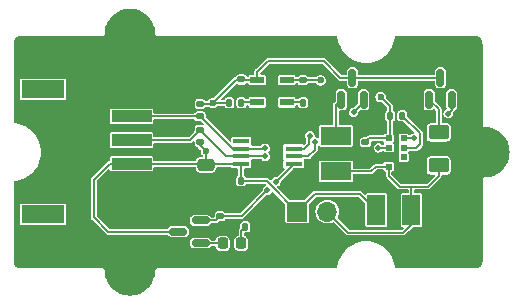
<source format=gbr>
%TF.GenerationSoftware,KiCad,Pcbnew,(6.0.0)*%
%TF.CreationDate,2022-11-15T20:59:03+00:00*%
%TF.ProjectId,Grove-Spectra,47726f76-652d-4537-9065-637472612e6b,A*%
%TF.SameCoordinates,Original*%
%TF.FileFunction,Copper,L1,Top*%
%TF.FilePolarity,Positive*%
%FSLAX46Y46*%
G04 Gerber Fmt 4.6, Leading zero omitted, Abs format (unit mm)*
G04 Created by KiCad (PCBNEW (6.0.0)) date 2022-11-15 20:59:03*
%MOMM*%
%LPD*%
G01*
G04 APERTURE LIST*
G04 Aperture macros list*
%AMRoundRect*
0 Rectangle with rounded corners*
0 $1 Rounding radius*
0 $2 $3 $4 $5 $6 $7 $8 $9 X,Y pos of 4 corners*
0 Add a 4 corners polygon primitive as box body*
4,1,4,$2,$3,$4,$5,$6,$7,$8,$9,$2,$3,0*
0 Add four circle primitives for the rounded corners*
1,1,$1+$1,$2,$3*
1,1,$1+$1,$4,$5*
1,1,$1+$1,$6,$7*
1,1,$1+$1,$8,$9*
0 Add four rect primitives between the rounded corners*
20,1,$1+$1,$2,$3,$4,$5,0*
20,1,$1+$1,$4,$5,$6,$7,0*
20,1,$1+$1,$6,$7,$8,$9,0*
20,1,$1+$1,$8,$9,$2,$3,0*%
G04 Aperture macros list end*
%TA.AperFunction,SMDPad,CuDef*%
%ADD10RoundRect,0.135000X-0.185000X0.135000X-0.185000X-0.135000X0.185000X-0.135000X0.185000X0.135000X0*%
%TD*%
%TA.AperFunction,SMDPad,CuDef*%
%ADD11RoundRect,0.135000X0.135000X0.185000X-0.135000X0.185000X-0.135000X-0.185000X0.135000X-0.185000X0*%
%TD*%
%TA.AperFunction,SMDPad,CuDef*%
%ADD12RoundRect,0.150000X0.587500X0.150000X-0.587500X0.150000X-0.587500X-0.150000X0.587500X-0.150000X0*%
%TD*%
%TA.AperFunction,SMDPad,CuDef*%
%ADD13RoundRect,0.218750X0.218750X0.256250X-0.218750X0.256250X-0.218750X-0.256250X0.218750X-0.256250X0*%
%TD*%
%TA.AperFunction,SMDPad,CuDef*%
%ADD14RoundRect,0.135000X-0.135000X-0.185000X0.135000X-0.185000X0.135000X0.185000X-0.135000X0.185000X0*%
%TD*%
%TA.AperFunction,SMDPad,CuDef*%
%ADD15R,0.575000X0.488000*%
%TD*%
%TA.AperFunction,SMDPad,CuDef*%
%ADD16RoundRect,0.140000X0.170000X-0.140000X0.170000X0.140000X-0.170000X0.140000X-0.170000X-0.140000X0*%
%TD*%
%TA.AperFunction,SMDPad,CuDef*%
%ADD17RoundRect,0.135000X0.185000X-0.135000X0.185000X0.135000X-0.185000X0.135000X-0.185000X-0.135000X0*%
%TD*%
%TA.AperFunction,SMDPad,CuDef*%
%ADD18RoundRect,0.150000X0.150000X-0.587500X0.150000X0.587500X-0.150000X0.587500X-0.150000X-0.587500X0*%
%TD*%
%TA.AperFunction,SMDPad,CuDef*%
%ADD19R,3.400000X1.000000*%
%TD*%
%TA.AperFunction,SMDPad,CuDef*%
%ADD20R,3.600000X1.500000*%
%TD*%
%TA.AperFunction,SMDPad,CuDef*%
%ADD21RoundRect,0.250000X0.625000X-0.375000X0.625000X0.375000X-0.625000X0.375000X-0.625000X-0.375000X0*%
%TD*%
%TA.AperFunction,SMDPad,CuDef*%
%ADD22RoundRect,0.140000X-0.170000X0.140000X-0.170000X-0.140000X0.170000X-0.140000X0.170000X0.140000X0*%
%TD*%
%TA.AperFunction,SMDPad,CuDef*%
%ADD23R,1.500000X2.600000*%
%TD*%
%TA.AperFunction,SMDPad,CuDef*%
%ADD24RoundRect,0.140000X0.140000X0.170000X-0.140000X0.170000X-0.140000X-0.170000X0.140000X-0.170000X0*%
%TD*%
%TA.AperFunction,SMDPad,CuDef*%
%ADD25RoundRect,0.140000X-0.140000X-0.170000X0.140000X-0.170000X0.140000X0.170000X-0.140000X0.170000X0*%
%TD*%
%TA.AperFunction,SMDPad,CuDef*%
%ADD26R,1.425000X0.450000*%
%TD*%
%TA.AperFunction,SMDPad,CuDef*%
%ADD27RoundRect,0.250000X-0.475000X0.250000X-0.475000X-0.250000X0.475000X-0.250000X0.475000X0.250000X0*%
%TD*%
%TA.AperFunction,SMDPad,CuDef*%
%ADD28R,1.150000X0.600000*%
%TD*%
%TA.AperFunction,ComponentPad*%
%ADD29R,1.700000X1.700000*%
%TD*%
%TA.AperFunction,ComponentPad*%
%ADD30O,1.700000X1.700000*%
%TD*%
%TA.AperFunction,SMDPad,CuDef*%
%ADD31R,2.600000X1.500000*%
%TD*%
%TA.AperFunction,ViaPad*%
%ADD32C,0.500000*%
%TD*%
%TA.AperFunction,ViaPad*%
%ADD33C,0.600000*%
%TD*%
%TA.AperFunction,Conductor*%
%ADD34C,0.150000*%
%TD*%
%TA.AperFunction,Conductor*%
%ADD35C,0.200000*%
%TD*%
G04 APERTURE END LIST*
D10*
%TO.P,R6,1*%
%TO.N,/GPIO_0*%
X137900000Y-93990000D03*
%TO.P,R6,2*%
%TO.N,GND*%
X137900000Y-95010000D03*
%TD*%
D11*
%TO.P,R5,1*%
%TO.N,Net-(D4-Pad1)*%
X140010000Y-94900000D03*
%TO.P,R5,2*%
%TO.N,GND*%
X138990000Y-94900000D03*
%TD*%
D12*
%TO.P,Q3,1,D*%
%TO.N,Net-(D4-Pad2)*%
X136237500Y-96250000D03*
%TO.P,Q3,2,G*%
%TO.N,/GPIO_0*%
X136237500Y-94350000D03*
%TO.P,Q3,3,S*%
%TO.N,+3V3*%
X134362500Y-95300000D03*
%TD*%
D13*
%TO.P,D4,1,K*%
%TO.N,Net-(D4-Pad1)*%
X139687500Y-96300000D03*
%TO.P,D4,2,A*%
%TO.N,Net-(D4-Pad2)*%
X138112500Y-96300000D03*
%TD*%
D14*
%TO.P,R1,1*%
%TO.N,+3V3*%
X138680000Y-84400000D03*
%TO.P,R1,2*%
%TO.N,Net-(IC3-Pad3)*%
X139700000Y-84400000D03*
%TD*%
D15*
%TO.P,IC2,1,VDD*%
%TO.N,+1V8*%
X152162000Y-87400000D03*
%TO.P,IC2,2,SCL*%
%TO.N,SCL*%
X152162000Y-88200000D03*
%TO.P,IC2,3,GND*%
%TO.N,GND*%
X152162000Y-89000000D03*
%TO.P,IC2,4,LDR*%
%TO.N,/LDR*%
X152162000Y-89800000D03*
%TO.P,IC2,5,PGND*%
%TO.N,GND*%
X153438000Y-89800000D03*
%TO.P,IC2,6,GPIO*%
%TO.N,/GPIO_SP*%
X153438000Y-89000000D03*
%TO.P,IC2,7,INT*%
%TO.N,Net-(IC2-Pad7)*%
X153438000Y-88200000D03*
%TO.P,IC2,8,SDA*%
%TO.N,SDA*%
X153438000Y-87400000D03*
%TD*%
D16*
%TO.P,C2,1*%
%TO.N,+1V8*%
X144900000Y-82480000D03*
%TO.P,C2,2*%
%TO.N,GND*%
X144900000Y-81520000D03*
%TD*%
D17*
%TO.P,R2,1*%
%TO.N,+3V3*%
X136200000Y-87710000D03*
%TO.P,R2,2*%
%TO.N,SDA*%
X136200000Y-86690000D03*
%TD*%
D14*
%TO.P,R4,1*%
%TO.N,+1V8*%
X152290000Y-85500000D03*
%TO.P,R4,2*%
%TO.N,Net-(IC2-Pad7)*%
X153310000Y-85500000D03*
%TD*%
D18*
%TO.P,Q2,1,D*%
%TO.N,Net-(D2-Pad2)*%
X148150000Y-84137500D03*
%TO.P,Q2,2,G*%
%TO.N,/GPIO_2*%
X150050000Y-84137500D03*
%TO.P,Q2,3,S*%
%TO.N,+3V3*%
X149100000Y-82262500D03*
%TD*%
D19*
%TO.P,J1,1,1*%
%TO.N,SCL*%
X130400000Y-85550000D03*
%TO.P,J1,2,2*%
%TO.N,SDA*%
X130400000Y-87550000D03*
%TO.P,J1,3,3*%
%TO.N,+3V3*%
X130400000Y-89550000D03*
%TO.P,J1,4,4*%
%TO.N,GND*%
X130400000Y-91550000D03*
D20*
%TO.P,J1,MP1,MP1*%
%TO.N,unconnected-(J1-PadMP1)*%
X122900000Y-83250000D03*
%TO.P,J1,MP2,MP2*%
%TO.N,unconnected-(J1-PadMP2)*%
X122900000Y-93850000D03*
%TD*%
D21*
%TO.P,D1,1,K*%
%TO.N,/LDR*%
X156400000Y-89700000D03*
%TO.P,D1,2,A*%
%TO.N,Net-(D1-Pad2)*%
X156400000Y-86900000D03*
%TD*%
D22*
%TO.P,C4,1*%
%TO.N,+1V8*%
X150200000Y-87720000D03*
%TO.P,C4,2*%
%TO.N,GND*%
X150200000Y-88680000D03*
%TD*%
D23*
%TO.P,D3,1,K*%
%TO.N,/LDR*%
X154100000Y-93500000D03*
%TO.P,D3,2,A*%
%TO.N,+3V3*%
X151100000Y-93500000D03*
%TD*%
D24*
%TO.P,C3,1*%
%TO.N,+3V3*%
X139680000Y-91000000D03*
%TO.P,C3,2*%
%TO.N,GND*%
X138720000Y-91000000D03*
%TD*%
D22*
%TO.P,C1,1*%
%TO.N,+3V3*%
X139700000Y-82420000D03*
%TO.P,C1,2*%
%TO.N,GND*%
X139700000Y-83380000D03*
%TD*%
D25*
%TO.P,C6,1*%
%TO.N,Net-(C6-Pad1)*%
X144920000Y-84400000D03*
%TO.P,C6,2*%
%TO.N,GND*%
X145880000Y-84400000D03*
%TD*%
D26*
%TO.P,IC1,1,IO0*%
%TO.N,/GPIO_0*%
X144112000Y-89575000D03*
%TO.P,IC1,2,IO1*%
%TO.N,/GPIO_1*%
X144112000Y-88925000D03*
%TO.P,IC1,3,IO2*%
%TO.N,/GPIO_2*%
X144112000Y-88275000D03*
%TO.P,IC1,4,VSS*%
%TO.N,GND*%
X144112000Y-87625000D03*
%TO.P,IC1,5,IO3*%
%TO.N,/GPIO_3*%
X139688000Y-87625000D03*
%TO.P,IC1,6,SCL*%
%TO.N,SCL*%
X139688000Y-88275000D03*
%TO.P,IC1,7,SDA*%
%TO.N,SDA*%
X139688000Y-88925000D03*
%TO.P,IC1,8,VDD*%
%TO.N,+3V3*%
X139688000Y-89575000D03*
%TD*%
D27*
%TO.P,C5,1*%
%TO.N,+3V3*%
X136700000Y-89650000D03*
%TO.P,C5,2*%
%TO.N,GND*%
X136700000Y-91550000D03*
%TD*%
D28*
%TO.P,IC3,1,VIN*%
%TO.N,+3V3*%
X141050000Y-82450000D03*
%TO.P,IC3,2,GND*%
%TO.N,GND*%
X141050000Y-83400000D03*
%TO.P,IC3,3,EN*%
%TO.N,Net-(IC3-Pad3)*%
X141050000Y-84350000D03*
%TO.P,IC3,4,ADJ/BYP*%
%TO.N,Net-(C6-Pad1)*%
X143550000Y-84350000D03*
%TO.P,IC3,5,VOUT*%
%TO.N,+1V8*%
X143550000Y-82450000D03*
%TD*%
D18*
%TO.P,Q1,1,D*%
%TO.N,Net-(D1-Pad2)*%
X155600000Y-84137500D03*
%TO.P,Q1,2,G*%
%TO.N,/GPIO_1*%
X157500000Y-84137500D03*
%TO.P,Q1,3,S*%
%TO.N,+3V3*%
X156550000Y-82262500D03*
%TD*%
D10*
%TO.P,R3,1*%
%TO.N,+3V3*%
X136200000Y-84500000D03*
%TO.P,R3,2*%
%TO.N,SCL*%
X136200000Y-85520000D03*
%TD*%
D29*
%TO.P,J2,1,Pin_1*%
%TO.N,+3V3*%
X144425000Y-93600000D03*
D30*
%TO.P,J2,2,Pin_2*%
%TO.N,/LDR*%
X146965000Y-93600000D03*
%TD*%
D31*
%TO.P,D2,1,K*%
%TO.N,/LDR*%
X147700000Y-90200000D03*
%TO.P,D2,2,A*%
%TO.N,Net-(D2-Pad2)*%
X147700000Y-87200000D03*
%TD*%
D32*
%TO.N,/GPIO_0*%
X142615700Y-91084300D03*
X141900000Y-91800000D03*
D33*
%TO.N,GND*%
X136800000Y-95300000D03*
%TO.N,+3V3*%
X137300000Y-84400000D03*
X136700000Y-88500000D03*
%TO.N,GND*%
X145900000Y-85400000D03*
X146300000Y-81400000D03*
X154400000Y-89800000D03*
X150200000Y-89500000D03*
%TO.N,+1V8*%
X151500000Y-83900000D03*
X146400000Y-82500000D03*
D32*
%TO.N,/GPIO_1*%
X157200000Y-85300000D03*
X145900000Y-87700000D03*
%TO.N,/GPIO_2*%
X149200000Y-85200000D03*
X145494259Y-87192824D03*
%TO.N,SCL*%
X151300000Y-88200000D03*
X141700000Y-88250497D03*
%TO.N,SDA*%
X141700000Y-88900000D03*
X154300000Y-87400000D03*
%TD*%
D34*
%TO.N,/GPIO_0*%
X144112000Y-89588000D02*
X142615700Y-91084300D01*
X144112000Y-89575000D02*
X144112000Y-89588000D01*
X139710000Y-93990000D02*
X141900000Y-91800000D01*
X137900000Y-93990000D02*
X139710000Y-93990000D01*
D35*
%TO.N,GND*%
X137090000Y-95010000D02*
X136800000Y-95300000D01*
X137900000Y-95010000D02*
X137090000Y-95010000D01*
X138010000Y-94900000D02*
X137900000Y-95010000D01*
X138990000Y-94900000D02*
X138010000Y-94900000D01*
D34*
%TO.N,Net-(D4-Pad1)*%
X139687500Y-95222500D02*
X140010000Y-94900000D01*
X139687500Y-96300000D02*
X139687500Y-95222500D01*
%TO.N,Net-(D4-Pad2)*%
X136287500Y-96300000D02*
X136237500Y-96250000D01*
X138112500Y-96300000D02*
X136287500Y-96300000D01*
%TO.N,/GPIO_0*%
X137540000Y-94350000D02*
X137900000Y-93990000D01*
X136237500Y-94350000D02*
X137540000Y-94350000D01*
D35*
%TO.N,+3V3*%
X127200000Y-90900000D02*
X127200000Y-94100000D01*
X128550000Y-89550000D02*
X127200000Y-90900000D01*
X130400000Y-89550000D02*
X128550000Y-89550000D01*
X128400000Y-95300000D02*
X127200000Y-94100000D01*
X134362500Y-95300000D02*
X128400000Y-95300000D01*
X136200000Y-88000000D02*
X136700000Y-88500000D01*
X145925000Y-92100000D02*
X144425000Y-93600000D01*
X137200000Y-84500000D02*
X137300000Y-84400000D01*
X148062500Y-82262500D02*
X146650489Y-80850489D01*
X139680000Y-91000000D02*
X141825000Y-91000000D01*
X139688000Y-90992000D02*
X139680000Y-91000000D01*
X139688000Y-89575000D02*
X139688000Y-90992000D01*
X151100000Y-93500000D02*
X149700000Y-92100000D01*
X136700000Y-89650000D02*
X136700000Y-88500000D01*
X149700000Y-92100000D02*
X145925000Y-92100000D01*
X141825000Y-91000000D02*
X144425000Y-93600000D01*
X130400000Y-89550000D02*
X136600000Y-89550000D01*
X136775000Y-89575000D02*
X136700000Y-89650000D01*
X149100000Y-82262500D02*
X156550000Y-82262500D01*
X146650489Y-80850489D02*
X141949511Y-80850489D01*
X137300000Y-84400000D02*
X139250000Y-82450000D01*
X149100000Y-82262500D02*
X148062500Y-82262500D01*
X139688000Y-89575000D02*
X136775000Y-89575000D01*
X136200000Y-84500000D02*
X137200000Y-84500000D01*
X141050000Y-82450000D02*
X141050000Y-81750000D01*
X139250000Y-82450000D02*
X141050000Y-82450000D01*
X137300000Y-84400000D02*
X138680000Y-84400000D01*
X136600000Y-89550000D02*
X136700000Y-89650000D01*
X136200000Y-87710000D02*
X136200000Y-88000000D01*
X141949511Y-80850489D02*
X141050000Y-81750000D01*
X136700000Y-89650000D02*
X136850000Y-89650000D01*
%TO.N,GND*%
X146180000Y-81520000D02*
X146300000Y-81400000D01*
X130400000Y-91550000D02*
X136700000Y-91550000D01*
X136600000Y-91650000D02*
X136700000Y-91550000D01*
X139700000Y-83380000D02*
X141030000Y-83380000D01*
X145880000Y-84400000D02*
X145880000Y-85380000D01*
X144112000Y-87188000D02*
X145900000Y-85400000D01*
X144900000Y-81520000D02*
X146180000Y-81520000D01*
X141030000Y-83380000D02*
X141050000Y-83400000D01*
X153438000Y-89800000D02*
X154400000Y-89800000D01*
X145880000Y-85380000D02*
X145900000Y-85400000D01*
X144112000Y-87625000D02*
X144112000Y-87188000D01*
X150200000Y-88680000D02*
X150200000Y-89500000D01*
%TO.N,+1V8*%
X150520000Y-87400000D02*
X152162000Y-87400000D01*
X152290000Y-87272000D02*
X152162000Y-87400000D01*
X144920000Y-82500000D02*
X144900000Y-82480000D01*
X150200000Y-87720000D02*
X150520000Y-87400000D01*
X146400000Y-82500000D02*
X144920000Y-82500000D01*
X152290000Y-84690000D02*
X151500000Y-83900000D01*
X144900000Y-82480000D02*
X143580000Y-82480000D01*
X152290000Y-85500000D02*
X152290000Y-84690000D01*
X143580000Y-82480000D02*
X143550000Y-82450000D01*
X152290000Y-85500000D02*
X152290000Y-87272000D01*
D34*
%TO.N,/LDR*%
X151100000Y-89800000D02*
X152162000Y-89800000D01*
X153100000Y-91500000D02*
X154100000Y-91500000D01*
X152162000Y-90562000D02*
X153100000Y-91500000D01*
X154100000Y-93500000D02*
X154100000Y-94700000D01*
X150700000Y-90200000D02*
X147700000Y-90200000D01*
X156400000Y-90600000D02*
X156400000Y-89700000D01*
X154100000Y-94700000D02*
X153400000Y-95400000D01*
X154100000Y-93500000D02*
X154100000Y-91500000D01*
X150700000Y-90200000D02*
X151100000Y-89800000D01*
X148765000Y-95400000D02*
X146965000Y-93600000D01*
X153400000Y-95400000D02*
X148765000Y-95400000D01*
X152162000Y-89800000D02*
X152162000Y-90562000D01*
X155500000Y-91500000D02*
X156400000Y-90600000D01*
X154100000Y-91500000D02*
X155500000Y-91500000D01*
D35*
%TO.N,Net-(D1-Pad2)*%
X155600000Y-84137500D02*
X156400000Y-84937500D01*
X156400000Y-84937500D02*
X156400000Y-86900000D01*
%TO.N,Net-(D2-Pad2)*%
X147700000Y-87200000D02*
X147700000Y-84587500D01*
X147700000Y-84587500D02*
X148150000Y-84137500D01*
%TO.N,/GPIO_1*%
X145375000Y-88925000D02*
X145900000Y-88400000D01*
X144112000Y-88925000D02*
X145375000Y-88925000D01*
X157500000Y-84137500D02*
X157500000Y-85000000D01*
X145900000Y-88400000D02*
X145900000Y-87700000D01*
X157500000Y-85000000D02*
X157200000Y-85300000D01*
%TO.N,/GPIO_2*%
X150050000Y-84137500D02*
X150050000Y-84350000D01*
X145400489Y-87899011D02*
X145400489Y-87286594D01*
X144112000Y-88275000D02*
X145024500Y-88275000D01*
X145400489Y-87286594D02*
X145494259Y-87192824D01*
X150050000Y-84350000D02*
X149200000Y-85200000D01*
X145024500Y-88275000D02*
X145400489Y-87899011D01*
%TO.N,SCL*%
X136200000Y-85520000D02*
X138955000Y-88275000D01*
X141700000Y-88250497D02*
X141675497Y-88275000D01*
X152162000Y-88200000D02*
X151300000Y-88200000D01*
X136200000Y-85520000D02*
X136070000Y-85650000D01*
X130400000Y-85550000D02*
X136170000Y-85550000D01*
X138955000Y-88275000D02*
X139688000Y-88275000D01*
X136170000Y-85550000D02*
X136200000Y-85520000D01*
X141675497Y-88275000D02*
X139688000Y-88275000D01*
%TO.N,SDA*%
X141700000Y-88900000D02*
X141675000Y-88925000D01*
X135340000Y-87550000D02*
X130400000Y-87550000D01*
X138435000Y-88925000D02*
X136200000Y-86690000D01*
X139688000Y-88925000D02*
X138435000Y-88925000D01*
X141675000Y-88925000D02*
X139688000Y-88925000D01*
X153438000Y-87400000D02*
X154300000Y-87400000D01*
X136200000Y-86690000D02*
X135340000Y-87550000D01*
%TO.N,Net-(IC2-Pad7)*%
X154500000Y-88200000D02*
X154800000Y-87900000D01*
X154800000Y-87900000D02*
X154800000Y-86990000D01*
X154800000Y-86990000D02*
X153310000Y-85500000D01*
X153438000Y-88200000D02*
X154500000Y-88200000D01*
%TO.N,Net-(IC3-Pad3)*%
X141050000Y-84350000D02*
X139750000Y-84350000D01*
X139750000Y-84350000D02*
X139700000Y-84400000D01*
%TO.N,Net-(C6-Pad1)*%
X144870000Y-84350000D02*
X144920000Y-84400000D01*
X143550000Y-84350000D02*
X144870000Y-84350000D01*
%TD*%
%TA.AperFunction,Conductor*%
%TO.N,GND*%
G36*
X130541484Y-76433762D02*
G01*
X130551073Y-76435025D01*
X130814407Y-76487405D01*
X130817385Y-76487997D01*
X130826735Y-76490502D01*
X130960556Y-76535928D01*
X131083865Y-76577786D01*
X131092804Y-76581489D01*
X131336335Y-76701585D01*
X131344718Y-76706425D01*
X131570489Y-76857280D01*
X131578168Y-76863173D01*
X131782318Y-77042207D01*
X131789163Y-77049052D01*
X131968197Y-77253202D01*
X131974090Y-77260881D01*
X132124945Y-77486652D01*
X132129785Y-77495035D01*
X132249881Y-77738566D01*
X132253585Y-77747508D01*
X132340868Y-78004635D01*
X132343373Y-78013985D01*
X132396344Y-78280291D01*
X132397608Y-78289886D01*
X132405668Y-78412862D01*
X132413846Y-78537628D01*
X132412915Y-78547077D01*
X132412915Y-78556275D01*
X132410394Y-78565685D01*
X132431199Y-78643330D01*
X132488039Y-78700171D01*
X132526862Y-78710574D01*
X132556275Y-78718455D01*
X132556276Y-78718455D01*
X132565685Y-78720976D01*
X132576019Y-78718207D01*
X132595172Y-78715685D01*
X147750621Y-78715685D01*
X147798187Y-78732998D01*
X147823497Y-78776835D01*
X147824486Y-78785217D01*
X147829103Y-78861540D01*
X147882530Y-79153080D01*
X147970708Y-79436055D01*
X148092353Y-79706338D01*
X148093506Y-79708246D01*
X148093508Y-79708249D01*
X148244536Y-79958080D01*
X148245689Y-79959987D01*
X148428482Y-80193305D01*
X148638065Y-80402888D01*
X148639824Y-80404266D01*
X148828426Y-80552026D01*
X148871383Y-80585681D01*
X148873288Y-80586833D01*
X148873290Y-80586834D01*
X149056009Y-80697291D01*
X149125032Y-80739017D01*
X149395315Y-80860662D01*
X149678290Y-80948840D01*
X149969830Y-81002267D01*
X150265685Y-81020163D01*
X150561540Y-81002267D01*
X150853080Y-80948840D01*
X151136055Y-80860662D01*
X151406338Y-80739017D01*
X151475362Y-80697291D01*
X151658080Y-80586834D01*
X151658082Y-80586833D01*
X151659987Y-80585681D01*
X151702945Y-80552026D01*
X151891546Y-80404266D01*
X151893305Y-80402888D01*
X152102888Y-80193305D01*
X152285681Y-79959987D01*
X152286834Y-79958080D01*
X152437862Y-79708249D01*
X152437864Y-79708246D01*
X152439017Y-79706338D01*
X152560662Y-79436055D01*
X152648840Y-79153080D01*
X152702267Y-78861540D01*
X152706884Y-78785217D01*
X152727037Y-78738783D01*
X152772323Y-78716166D01*
X152780749Y-78715685D01*
X159436198Y-78715685D01*
X159455351Y-78718207D01*
X159465685Y-78720976D01*
X159475097Y-78718454D01*
X159484839Y-78718454D01*
X159484839Y-78719466D01*
X159493498Y-78718819D01*
X159602041Y-78731049D01*
X159618189Y-78734734D01*
X159739848Y-78777304D01*
X159754765Y-78784488D01*
X159841439Y-78838950D01*
X159863893Y-78853059D01*
X159876848Y-78863390D01*
X159967980Y-78954522D01*
X159978311Y-78967477D01*
X160046882Y-79076605D01*
X160054066Y-79091522D01*
X160096636Y-79213181D01*
X160100321Y-79229329D01*
X160112551Y-79337872D01*
X160111904Y-79346531D01*
X160112916Y-79346531D01*
X160112916Y-79356273D01*
X160110394Y-79365685D01*
X160112916Y-79375097D01*
X160113163Y-79376019D01*
X160115685Y-79395172D01*
X160115685Y-86236198D01*
X160113163Y-86255351D01*
X160110394Y-86265685D01*
X160115685Y-86285431D01*
X160131199Y-86343330D01*
X160188039Y-86400171D01*
X160265685Y-86420976D01*
X160275094Y-86418455D01*
X160284293Y-86418455D01*
X160293741Y-86417524D01*
X160541484Y-86433762D01*
X160551073Y-86435025D01*
X160756292Y-86475845D01*
X160817385Y-86487997D01*
X160826735Y-86490502D01*
X160923682Y-86523411D01*
X161083865Y-86577786D01*
X161092804Y-86581489D01*
X161336335Y-86701585D01*
X161344718Y-86706425D01*
X161448228Y-86775588D01*
X161559118Y-86849682D01*
X161570489Y-86857280D01*
X161578168Y-86863173D01*
X161782318Y-87042207D01*
X161789163Y-87049052D01*
X161968197Y-87253202D01*
X161974088Y-87260879D01*
X162004584Y-87306519D01*
X162124945Y-87486652D01*
X162129785Y-87495035D01*
X162150402Y-87536842D01*
X162239193Y-87716892D01*
X162249881Y-87738566D01*
X162253584Y-87747505D01*
X162293108Y-87863939D01*
X162340868Y-88004635D01*
X162343373Y-88013985D01*
X162394709Y-88272069D01*
X162396344Y-88280291D01*
X162397608Y-88289886D01*
X162415087Y-88556553D01*
X162415368Y-88560845D01*
X162415368Y-88570521D01*
X162397608Y-88841482D01*
X162396345Y-88851073D01*
X162359724Y-89035180D01*
X162343373Y-89117385D01*
X162340868Y-89126735D01*
X162313044Y-89208701D01*
X162258495Y-89369399D01*
X162253585Y-89383862D01*
X162249882Y-89392802D01*
X162228552Y-89436055D01*
X162129785Y-89636335D01*
X162124945Y-89644718D01*
X162113705Y-89661540D01*
X161977905Y-89864780D01*
X161974090Y-89870489D01*
X161968197Y-89878168D01*
X161789163Y-90082318D01*
X161782318Y-90089163D01*
X161578168Y-90268197D01*
X161570491Y-90274088D01*
X161484459Y-90331573D01*
X161344718Y-90424945D01*
X161336335Y-90429785D01*
X161093579Y-90549499D01*
X161092804Y-90549881D01*
X161083865Y-90553584D01*
X160993358Y-90584307D01*
X160826735Y-90640868D01*
X160817385Y-90643373D01*
X160551073Y-90696345D01*
X160541484Y-90697608D01*
X160293741Y-90713846D01*
X160284293Y-90712915D01*
X160275095Y-90712915D01*
X160265685Y-90710394D01*
X160188040Y-90731199D01*
X160131199Y-90788039D01*
X160110394Y-90865685D01*
X160112916Y-90875096D01*
X160113163Y-90876019D01*
X160115685Y-90895172D01*
X160115685Y-97736198D01*
X160113163Y-97755351D01*
X160110394Y-97765685D01*
X160112916Y-97775097D01*
X160112916Y-97784839D01*
X160111904Y-97784839D01*
X160112551Y-97793498D01*
X160100321Y-97902041D01*
X160096636Y-97918189D01*
X160054066Y-98039848D01*
X160046882Y-98054765D01*
X159992420Y-98141439D01*
X159978311Y-98163893D01*
X159967980Y-98176848D01*
X159876848Y-98267980D01*
X159863893Y-98278311D01*
X159754765Y-98346882D01*
X159739848Y-98354066D01*
X159618189Y-98396636D01*
X159602041Y-98400321D01*
X159493498Y-98412551D01*
X159484839Y-98411904D01*
X159484839Y-98412916D01*
X159475097Y-98412916D01*
X159465685Y-98410394D01*
X159456273Y-98412916D01*
X159455351Y-98413163D01*
X159436198Y-98415685D01*
X152780749Y-98415685D01*
X152733183Y-98398372D01*
X152707873Y-98354535D01*
X152706884Y-98346153D01*
X152702780Y-98278311D01*
X152702267Y-98269830D01*
X152648840Y-97978290D01*
X152560662Y-97695315D01*
X152439017Y-97425032D01*
X152337347Y-97256848D01*
X152286834Y-97173290D01*
X152286833Y-97173288D01*
X152285681Y-97171383D01*
X152102888Y-96938065D01*
X151893305Y-96728482D01*
X151712270Y-96586650D01*
X151661741Y-96547063D01*
X151661739Y-96547062D01*
X151659987Y-96545689D01*
X151655230Y-96542813D01*
X151408249Y-96393508D01*
X151408246Y-96393506D01*
X151406338Y-96392353D01*
X151136055Y-96270708D01*
X150853080Y-96182530D01*
X150561540Y-96129103D01*
X150265685Y-96111207D01*
X149969830Y-96129103D01*
X149678290Y-96182530D01*
X149395315Y-96270708D01*
X149125032Y-96392353D01*
X149123124Y-96393506D01*
X149123121Y-96393508D01*
X148876140Y-96542813D01*
X148871383Y-96545689D01*
X148869631Y-96547062D01*
X148869629Y-96547063D01*
X148819100Y-96586650D01*
X148638065Y-96728482D01*
X148428482Y-96938065D01*
X148245689Y-97171383D01*
X148244537Y-97173288D01*
X148244536Y-97173290D01*
X148194024Y-97256848D01*
X148092353Y-97425032D01*
X147970708Y-97695315D01*
X147882530Y-97978290D01*
X147829103Y-98269830D01*
X147828590Y-98278311D01*
X147824486Y-98346153D01*
X147804333Y-98392587D01*
X147759047Y-98415204D01*
X147750621Y-98415685D01*
X132595172Y-98415685D01*
X132576019Y-98413163D01*
X132575097Y-98412916D01*
X132565685Y-98410394D01*
X132545939Y-98415685D01*
X132488040Y-98431199D01*
X132431199Y-98488039D01*
X132414645Y-98549820D01*
X132410394Y-98565685D01*
X132412915Y-98575094D01*
X132412915Y-98584293D01*
X132413846Y-98593741D01*
X132405507Y-98720976D01*
X132397608Y-98841482D01*
X132396344Y-98851079D01*
X132343373Y-99117385D01*
X132340868Y-99126735D01*
X132253585Y-99383862D01*
X132249881Y-99392804D01*
X132129785Y-99636335D01*
X132124945Y-99644718D01*
X131974090Y-99870489D01*
X131968197Y-99878168D01*
X131789163Y-100082318D01*
X131782318Y-100089163D01*
X131578168Y-100268197D01*
X131570489Y-100274090D01*
X131344718Y-100424945D01*
X131336335Y-100429785D01*
X131092804Y-100549881D01*
X131083865Y-100553584D01*
X130989310Y-100585681D01*
X130826735Y-100640868D01*
X130817385Y-100643373D01*
X130551073Y-100696345D01*
X130541484Y-100697608D01*
X130270521Y-100715368D01*
X130260849Y-100715368D01*
X129989886Y-100697608D01*
X129980297Y-100696345D01*
X129713985Y-100643373D01*
X129704635Y-100640868D01*
X129542060Y-100585681D01*
X129447505Y-100553584D01*
X129438566Y-100549881D01*
X129195035Y-100429785D01*
X129186652Y-100424945D01*
X128960881Y-100274090D01*
X128953202Y-100268197D01*
X128749052Y-100089163D01*
X128742207Y-100082318D01*
X128563173Y-99878168D01*
X128557280Y-99870489D01*
X128406425Y-99644718D01*
X128401585Y-99636335D01*
X128281489Y-99392804D01*
X128277785Y-99383862D01*
X128190502Y-99126735D01*
X128187997Y-99117385D01*
X128135026Y-98851079D01*
X128133762Y-98841482D01*
X128125864Y-98720976D01*
X128117524Y-98593741D01*
X128118455Y-98584293D01*
X128118455Y-98575095D01*
X128120976Y-98565685D01*
X128100171Y-98488040D01*
X128043331Y-98431199D01*
X128004508Y-98420796D01*
X127975095Y-98412915D01*
X127975094Y-98412915D01*
X127965685Y-98410394D01*
X127955427Y-98413143D01*
X127955351Y-98413163D01*
X127936198Y-98415685D01*
X121095172Y-98415685D01*
X121076019Y-98413163D01*
X121075097Y-98412916D01*
X121065685Y-98410394D01*
X121056273Y-98412916D01*
X121046531Y-98412916D01*
X121046531Y-98411904D01*
X121037872Y-98412551D01*
X120929329Y-98400321D01*
X120913181Y-98396636D01*
X120791522Y-98354066D01*
X120776605Y-98346882D01*
X120667477Y-98278311D01*
X120654522Y-98267980D01*
X120563390Y-98176848D01*
X120553059Y-98163893D01*
X120538950Y-98141439D01*
X120484488Y-98054765D01*
X120477304Y-98039848D01*
X120434734Y-97918189D01*
X120431049Y-97902041D01*
X120418819Y-97793498D01*
X120419466Y-97784839D01*
X120418454Y-97784839D01*
X120418454Y-97775097D01*
X120420976Y-97765685D01*
X120418207Y-97755351D01*
X120415685Y-97736198D01*
X120415685Y-96444646D01*
X135349500Y-96444646D01*
X135352618Y-96470846D01*
X135398061Y-96573153D01*
X135477287Y-96652241D01*
X135483535Y-96655003D01*
X135483536Y-96655004D01*
X135574583Y-96695256D01*
X135574585Y-96695256D01*
X135579673Y-96697506D01*
X135585201Y-96698150D01*
X135585203Y-96698151D01*
X135603225Y-96700252D01*
X135603229Y-96700252D01*
X135605354Y-96700500D01*
X136869646Y-96700500D01*
X136895846Y-96697382D01*
X136998153Y-96651939D01*
X137077241Y-96572713D01*
X137080004Y-96566463D01*
X137083865Y-96560825D01*
X137085778Y-96562135D01*
X137113695Y-96533074D01*
X137146308Y-96525500D01*
X137451105Y-96525500D01*
X137498671Y-96542813D01*
X137523981Y-96586650D01*
X137524501Y-96590828D01*
X137524501Y-96591250D01*
X137531577Y-96639325D01*
X137533885Y-96655004D01*
X137535183Y-96663825D01*
X137537718Y-96668989D01*
X137537719Y-96668991D01*
X137566252Y-96727104D01*
X137589361Y-96774171D01*
X137593691Y-96778493D01*
X137593692Y-96778495D01*
X137672027Y-96856694D01*
X137676360Y-96861019D01*
X137681858Y-96863706D01*
X137681860Y-96863708D01*
X137748873Y-96896464D01*
X137786801Y-96915004D01*
X137858749Y-96925500D01*
X138111604Y-96925500D01*
X138366250Y-96925499D01*
X138368918Y-96925106D01*
X138368922Y-96925106D01*
X138433133Y-96915655D01*
X138433134Y-96915655D01*
X138438825Y-96914817D01*
X138443989Y-96912282D01*
X138443991Y-96912281D01*
X138543678Y-96863336D01*
X138549171Y-96860639D01*
X138553493Y-96856309D01*
X138553495Y-96856308D01*
X138631694Y-96777973D01*
X138631695Y-96777971D01*
X138636019Y-96773640D01*
X138638706Y-96768142D01*
X138638708Y-96768140D01*
X138687480Y-96668362D01*
X138690004Y-96663199D01*
X138700500Y-96591251D01*
X138700499Y-96008750D01*
X138700499Y-96008749D01*
X139099500Y-96008749D01*
X139099501Y-96591250D01*
X139099894Y-96593918D01*
X139099894Y-96593922D01*
X139109254Y-96657514D01*
X139110183Y-96663825D01*
X139112718Y-96668989D01*
X139112719Y-96668991D01*
X139141252Y-96727104D01*
X139164361Y-96774171D01*
X139168691Y-96778493D01*
X139168692Y-96778495D01*
X139247027Y-96856694D01*
X139251360Y-96861019D01*
X139256858Y-96863706D01*
X139256860Y-96863708D01*
X139323873Y-96896464D01*
X139361801Y-96915004D01*
X139433749Y-96925500D01*
X139686604Y-96925500D01*
X139941250Y-96925499D01*
X139943918Y-96925106D01*
X139943922Y-96925106D01*
X140008133Y-96915655D01*
X140008134Y-96915655D01*
X140013825Y-96914817D01*
X140018989Y-96912282D01*
X140018991Y-96912281D01*
X140118678Y-96863336D01*
X140124171Y-96860639D01*
X140128493Y-96856309D01*
X140128495Y-96856308D01*
X140206694Y-96777973D01*
X140206695Y-96777971D01*
X140211019Y-96773640D01*
X140213706Y-96768142D01*
X140213708Y-96768140D01*
X140262480Y-96668362D01*
X140265004Y-96663199D01*
X140275500Y-96591251D01*
X140275499Y-96008750D01*
X140264817Y-95936175D01*
X140260454Y-95927287D01*
X140213336Y-95831322D01*
X140210639Y-95825829D01*
X140206309Y-95821507D01*
X140206308Y-95821505D01*
X140127973Y-95743306D01*
X140127971Y-95743305D01*
X140123640Y-95738981D01*
X140118142Y-95736294D01*
X140118140Y-95736292D01*
X140048478Y-95702241D01*
X140013199Y-95684996D01*
X139976317Y-95679616D01*
X139931749Y-95655619D01*
X139913000Y-95606391D01*
X139913000Y-95444500D01*
X139930313Y-95396934D01*
X139974150Y-95371624D01*
X139987000Y-95370500D01*
X140179544Y-95370499D01*
X140187414Y-95370499D01*
X140189583Y-95370241D01*
X140189584Y-95370241D01*
X140206796Y-95368194D01*
X140206797Y-95368194D01*
X140212310Y-95367538D01*
X140217381Y-95365286D01*
X140217383Y-95365285D01*
X140303265Y-95327137D01*
X140309510Y-95324363D01*
X140384650Y-95249092D01*
X140387413Y-95242843D01*
X140425407Y-95156903D01*
X140425408Y-95156900D01*
X140427655Y-95151817D01*
X140428818Y-95141841D01*
X140430252Y-95129543D01*
X140430252Y-95129541D01*
X140430500Y-95127415D01*
X140430499Y-94672586D01*
X140427538Y-94647690D01*
X140414524Y-94618390D01*
X140387137Y-94556735D01*
X140384363Y-94550490D01*
X140309092Y-94475350D01*
X140302844Y-94472588D01*
X140302843Y-94472587D01*
X140216903Y-94434593D01*
X140216900Y-94434592D01*
X140211817Y-94432345D01*
X140201841Y-94431182D01*
X140189543Y-94429748D01*
X140189541Y-94429748D01*
X140187415Y-94429500D01*
X140011764Y-94429500D01*
X139832586Y-94429501D01*
X139830417Y-94429759D01*
X139830416Y-94429759D01*
X139813204Y-94431806D01*
X139813203Y-94431806D01*
X139807690Y-94432462D01*
X139802619Y-94434714D01*
X139802617Y-94434715D01*
X139764208Y-94451776D01*
X139710490Y-94475637D01*
X139635350Y-94550908D01*
X139632588Y-94557156D01*
X139632587Y-94557157D01*
X139594593Y-94643097D01*
X139594592Y-94643100D01*
X139592345Y-94648183D01*
X139589500Y-94672585D01*
X139589500Y-94674727D01*
X139589501Y-94970942D01*
X139572188Y-95018508D01*
X139567827Y-95023268D01*
X139533602Y-95057493D01*
X139530792Y-95060160D01*
X139500991Y-95086993D01*
X139497828Y-95094097D01*
X139497826Y-95094100D01*
X139491083Y-95109247D01*
X139485540Y-95119454D01*
X139472274Y-95139882D01*
X139471057Y-95147564D01*
X139471057Y-95147565D01*
X139470944Y-95148280D01*
X139465458Y-95166801D01*
X139462000Y-95174568D01*
X139462000Y-95198927D01*
X139461089Y-95210503D01*
X139457278Y-95234565D01*
X139459291Y-95242077D01*
X139459291Y-95242081D01*
X139459478Y-95242778D01*
X139462000Y-95261931D01*
X139462000Y-95606438D01*
X139444687Y-95654004D01*
X139398775Y-95679649D01*
X139375940Y-95683010D01*
X139368078Y-95684167D01*
X139361175Y-95685183D01*
X139356011Y-95687718D01*
X139356009Y-95687719D01*
X139257080Y-95736292D01*
X139250829Y-95739361D01*
X139246507Y-95743691D01*
X139246505Y-95743692D01*
X139168306Y-95822027D01*
X139163981Y-95826360D01*
X139161294Y-95831858D01*
X139161292Y-95831860D01*
X139153373Y-95848061D01*
X139109996Y-95936801D01*
X139099500Y-96008749D01*
X138700499Y-96008749D01*
X138689817Y-95936175D01*
X138685454Y-95927287D01*
X138638336Y-95831322D01*
X138635639Y-95825829D01*
X138631309Y-95821507D01*
X138631308Y-95821505D01*
X138552973Y-95743306D01*
X138552971Y-95743305D01*
X138548640Y-95738981D01*
X138543142Y-95736294D01*
X138543140Y-95736292D01*
X138473478Y-95702241D01*
X138438199Y-95684996D01*
X138366251Y-95674500D01*
X138113396Y-95674500D01*
X137858750Y-95674501D01*
X137856082Y-95674894D01*
X137856078Y-95674894D01*
X137791867Y-95684345D01*
X137791866Y-95684345D01*
X137786175Y-95685183D01*
X137781011Y-95687718D01*
X137781009Y-95687719D01*
X137682080Y-95736292D01*
X137675829Y-95739361D01*
X137671507Y-95743691D01*
X137671505Y-95743692D01*
X137593306Y-95822027D01*
X137588981Y-95826360D01*
X137586294Y-95831858D01*
X137586292Y-95831860D01*
X137578373Y-95848061D01*
X137534996Y-95936801D01*
X137524500Y-96008749D01*
X137523666Y-96008627D01*
X137504185Y-96052054D01*
X137458626Y-96074116D01*
X137451098Y-96074500D01*
X137190392Y-96074500D01*
X137142826Y-96057187D01*
X137124291Y-96028306D01*
X137122382Y-96029154D01*
X137112132Y-96006078D01*
X137076939Y-95926847D01*
X136997713Y-95847759D01*
X136991465Y-95844997D01*
X136991464Y-95844996D01*
X136900417Y-95804744D01*
X136900415Y-95804744D01*
X136895327Y-95802494D01*
X136889799Y-95801850D01*
X136889797Y-95801849D01*
X136871775Y-95799748D01*
X136871771Y-95799748D01*
X136869646Y-95799500D01*
X135605354Y-95799500D01*
X135579154Y-95802618D01*
X135476847Y-95848061D01*
X135397759Y-95927287D01*
X135394997Y-95933535D01*
X135394996Y-95933536D01*
X135361744Y-96008750D01*
X135352494Y-96029673D01*
X135349500Y-96055354D01*
X135349500Y-96444646D01*
X120415685Y-96444646D01*
X120415685Y-94614820D01*
X120949500Y-94614820D01*
X120950210Y-94618389D01*
X120950210Y-94618390D01*
X120956137Y-94648183D01*
X120958233Y-94658722D01*
X120991496Y-94708504D01*
X121041278Y-94741767D01*
X121048424Y-94743188D01*
X121048425Y-94743189D01*
X121081610Y-94749790D01*
X121081611Y-94749790D01*
X121085180Y-94750500D01*
X124714820Y-94750500D01*
X124718389Y-94749790D01*
X124718390Y-94749790D01*
X124751575Y-94743189D01*
X124751576Y-94743188D01*
X124758722Y-94741767D01*
X124808504Y-94708504D01*
X124841767Y-94658722D01*
X124843864Y-94648183D01*
X124849790Y-94618390D01*
X124849790Y-94618389D01*
X124850500Y-94614820D01*
X124850500Y-94100000D01*
X126944592Y-94100000D01*
X126964034Y-94197741D01*
X126983943Y-94227536D01*
X127015348Y-94274539D01*
X127015350Y-94274541D01*
X127019399Y-94280601D01*
X127025459Y-94284650D01*
X127025460Y-94284651D01*
X127034259Y-94290530D01*
X127045473Y-94299733D01*
X128200267Y-95454527D01*
X128209470Y-95465741D01*
X128219399Y-95480601D01*
X128271284Y-95515269D01*
X128302259Y-95535966D01*
X128309404Y-95537387D01*
X128309406Y-95537388D01*
X128392851Y-95553986D01*
X128400000Y-95555408D01*
X128417525Y-95551922D01*
X128431962Y-95550500D01*
X133442688Y-95550500D01*
X133490254Y-95567813D01*
X133510317Y-95594462D01*
X133520276Y-95616882D01*
X133523061Y-95623153D01*
X133602287Y-95702241D01*
X133608535Y-95705003D01*
X133608536Y-95705004D01*
X133699583Y-95745256D01*
X133699585Y-95745256D01*
X133704673Y-95747506D01*
X133710201Y-95748150D01*
X133710203Y-95748151D01*
X133728225Y-95750252D01*
X133728229Y-95750252D01*
X133730354Y-95750500D01*
X134994646Y-95750500D01*
X135020846Y-95747382D01*
X135123153Y-95701939D01*
X135202241Y-95622713D01*
X135205014Y-95616442D01*
X135245256Y-95525417D01*
X135245256Y-95525415D01*
X135247506Y-95520327D01*
X135250500Y-95494646D01*
X135250500Y-95105354D01*
X135247382Y-95079154D01*
X135201939Y-94976847D01*
X135122713Y-94897759D01*
X135116465Y-94894997D01*
X135116464Y-94894996D01*
X135025417Y-94854744D01*
X135025415Y-94854744D01*
X135020327Y-94852494D01*
X135014799Y-94851850D01*
X135014797Y-94851849D01*
X134996775Y-94849748D01*
X134996771Y-94849748D01*
X134994646Y-94849500D01*
X133730354Y-94849500D01*
X133704154Y-94852618D01*
X133601847Y-94898061D01*
X133562355Y-94937622D01*
X133527587Y-94972450D01*
X133527586Y-94972452D01*
X133522759Y-94977287D01*
X133519997Y-94983535D01*
X133510321Y-95005422D01*
X133475253Y-95041926D01*
X133442640Y-95049500D01*
X128534412Y-95049500D01*
X128486846Y-95032187D01*
X128482086Y-95027826D01*
X127472174Y-94017914D01*
X127450782Y-93972038D01*
X127450500Y-93965588D01*
X127450500Y-91034412D01*
X127467813Y-90986846D01*
X127472174Y-90982086D01*
X128425049Y-90029211D01*
X128470925Y-90007819D01*
X128519820Y-90020920D01*
X128549953Y-90067099D01*
X128558233Y-90108722D01*
X128591496Y-90158504D01*
X128641278Y-90191767D01*
X128648424Y-90193188D01*
X128648425Y-90193189D01*
X128681610Y-90199790D01*
X128681611Y-90199790D01*
X128685180Y-90200500D01*
X132114820Y-90200500D01*
X132118389Y-90199790D01*
X132118390Y-90199790D01*
X132151575Y-90193189D01*
X132151576Y-90193188D01*
X132158722Y-90191767D01*
X132208504Y-90158504D01*
X132241767Y-90108722D01*
X132243188Y-90101576D01*
X132243189Y-90101575D01*
X132249790Y-90068390D01*
X132249790Y-90068389D01*
X132250500Y-90064820D01*
X132250500Y-89874500D01*
X132267813Y-89826934D01*
X132311650Y-89801624D01*
X132324500Y-89800500D01*
X135750501Y-89800500D01*
X135798067Y-89817813D01*
X135823377Y-89861650D01*
X135824501Y-89874500D01*
X135824501Y-89931518D01*
X135839354Y-90025304D01*
X135860650Y-90067099D01*
X135894304Y-90133150D01*
X135894306Y-90133152D01*
X135896950Y-90138342D01*
X135986658Y-90228050D01*
X135991848Y-90230694D01*
X135991850Y-90230696D01*
X136094502Y-90283000D01*
X136094505Y-90283001D01*
X136099696Y-90285646D01*
X136105448Y-90286557D01*
X136105451Y-90286558D01*
X136190602Y-90300044D01*
X136193481Y-90300500D01*
X136700000Y-90300500D01*
X137206518Y-90300499D01*
X137209390Y-90300044D01*
X137209392Y-90300044D01*
X137241090Y-90295024D01*
X137300304Y-90285646D01*
X137359174Y-90255650D01*
X137408150Y-90230696D01*
X137408152Y-90230694D01*
X137413342Y-90228050D01*
X137503050Y-90138342D01*
X137505694Y-90133152D01*
X137505696Y-90133150D01*
X137558000Y-90030498D01*
X137558001Y-90030495D01*
X137560646Y-90025304D01*
X137561557Y-90019552D01*
X137561558Y-90019549D01*
X137575045Y-89934392D01*
X137575500Y-89931519D01*
X137575500Y-89899500D01*
X137592813Y-89851934D01*
X137636650Y-89826624D01*
X137649500Y-89825500D01*
X138772066Y-89825500D01*
X138819632Y-89842813D01*
X138832090Y-89859820D01*
X138833733Y-89858722D01*
X138866996Y-89908504D01*
X138916778Y-89941767D01*
X138923924Y-89943188D01*
X138923925Y-89943189D01*
X138957110Y-89949790D01*
X138957111Y-89949790D01*
X138960680Y-89950500D01*
X139363500Y-89950500D01*
X139411066Y-89967813D01*
X139436376Y-90011650D01*
X139437500Y-90024500D01*
X139437500Y-90509518D01*
X139420187Y-90557084D01*
X139393540Y-90577146D01*
X139378854Y-90583670D01*
X139372609Y-90586444D01*
X139357254Y-90601826D01*
X139300980Y-90658198D01*
X139300979Y-90658200D01*
X139296153Y-90663034D01*
X139252395Y-90762013D01*
X139249500Y-90786842D01*
X139249500Y-91213158D01*
X139252514Y-91238489D01*
X139254766Y-91243560D01*
X139254767Y-91243562D01*
X139289893Y-91322642D01*
X139296444Y-91337391D01*
X139310023Y-91350946D01*
X139368198Y-91409020D01*
X139368200Y-91409021D01*
X139373034Y-91413847D01*
X139472013Y-91457605D01*
X139488315Y-91459506D01*
X139494714Y-91460252D01*
X139494716Y-91460252D01*
X139496842Y-91460500D01*
X139863158Y-91460500D01*
X139875757Y-91459001D01*
X139882978Y-91458142D01*
X139882980Y-91458142D01*
X139888489Y-91457486D01*
X139893560Y-91455234D01*
X139893562Y-91455233D01*
X139981149Y-91416329D01*
X139981151Y-91416328D01*
X139987391Y-91413556D01*
X140025726Y-91375154D01*
X140059020Y-91341802D01*
X140059021Y-91341800D01*
X140063847Y-91336966D01*
X140082586Y-91294579D01*
X140117653Y-91258074D01*
X140150267Y-91250500D01*
X141690588Y-91250500D01*
X141738154Y-91267813D01*
X141742914Y-91272174D01*
X141775810Y-91305070D01*
X141797202Y-91350946D01*
X141784101Y-91399841D01*
X141757080Y-91423330D01*
X141661658Y-91471950D01*
X141571950Y-91561658D01*
X141569306Y-91566848D01*
X141569304Y-91566850D01*
X141517000Y-91669502D01*
X141514354Y-91674696D01*
X141513443Y-91680448D01*
X141513442Y-91680451D01*
X141503565Y-91742813D01*
X141494508Y-91800000D01*
X141500449Y-91837508D01*
X141490791Y-91887195D01*
X141479686Y-91901409D01*
X139638269Y-93742826D01*
X139592393Y-93764218D01*
X139585943Y-93764500D01*
X138405339Y-93764500D01*
X138357773Y-93747187D01*
X138337710Y-93720539D01*
X138327137Y-93696735D01*
X138324363Y-93690490D01*
X138249092Y-93615350D01*
X138242844Y-93612588D01*
X138242843Y-93612587D01*
X138156903Y-93574593D01*
X138156900Y-93574592D01*
X138151817Y-93572345D01*
X138141841Y-93571182D01*
X138129543Y-93569748D01*
X138129541Y-93569748D01*
X138127415Y-93569500D01*
X137902260Y-93569500D01*
X137672586Y-93569501D01*
X137670417Y-93569759D01*
X137670416Y-93569759D01*
X137653204Y-93571806D01*
X137653203Y-93571806D01*
X137647690Y-93572462D01*
X137642619Y-93574714D01*
X137642617Y-93574715D01*
X137581051Y-93602062D01*
X137550490Y-93615637D01*
X137545661Y-93620474D01*
X137545660Y-93620475D01*
X137536037Y-93630115D01*
X137475350Y-93690908D01*
X137472588Y-93697156D01*
X137472587Y-93697157D01*
X137434593Y-93783097D01*
X137434592Y-93783100D01*
X137432345Y-93788183D01*
X137429500Y-93812585D01*
X137429501Y-93966612D01*
X137429501Y-94050500D01*
X137412188Y-94098066D01*
X137368351Y-94123376D01*
X137355501Y-94124500D01*
X137168418Y-94124500D01*
X137120852Y-94107187D01*
X137100790Y-94080540D01*
X137079716Y-94033096D01*
X137079712Y-94033091D01*
X137076939Y-94026847D01*
X137067991Y-94017914D01*
X137037254Y-93987232D01*
X136997713Y-93947759D01*
X136991465Y-93944997D01*
X136991464Y-93944996D01*
X136900417Y-93904744D01*
X136900415Y-93904744D01*
X136895327Y-93902494D01*
X136889799Y-93901850D01*
X136889797Y-93901849D01*
X136871775Y-93899748D01*
X136871771Y-93899748D01*
X136869646Y-93899500D01*
X135605354Y-93899500D01*
X135579154Y-93902618D01*
X135476847Y-93948061D01*
X135397759Y-94027287D01*
X135394997Y-94033535D01*
X135394996Y-94033536D01*
X135365612Y-94100000D01*
X135352494Y-94129673D01*
X135351850Y-94135201D01*
X135351849Y-94135203D01*
X135350423Y-94147437D01*
X135349500Y-94155354D01*
X135349500Y-94544646D01*
X135352618Y-94570846D01*
X135398061Y-94673153D01*
X135477287Y-94752241D01*
X135483535Y-94755003D01*
X135483536Y-94755004D01*
X135574583Y-94795256D01*
X135574585Y-94795256D01*
X135579673Y-94797506D01*
X135585201Y-94798150D01*
X135585203Y-94798151D01*
X135603225Y-94800252D01*
X135603229Y-94800252D01*
X135605354Y-94800500D01*
X136869646Y-94800500D01*
X136895846Y-94797382D01*
X136998153Y-94751939D01*
X137077241Y-94672713D01*
X137083427Y-94658722D01*
X137100732Y-94619578D01*
X137135800Y-94583074D01*
X137168413Y-94575500D01*
X137532139Y-94575500D01*
X137536012Y-94575601D01*
X137568297Y-94577293D01*
X137576064Y-94577700D01*
X137583324Y-94574913D01*
X137583325Y-94574913D01*
X137598809Y-94568969D01*
X137609943Y-94565671D01*
X137633768Y-94560607D01*
X137640644Y-94555611D01*
X137657621Y-94546394D01*
X137665560Y-94543346D01*
X137682790Y-94526116D01*
X137691620Y-94518575D01*
X137696843Y-94514780D01*
X137711323Y-94504260D01*
X137715210Y-94497527D01*
X137715213Y-94497524D01*
X137715574Y-94496898D01*
X137727333Y-94481573D01*
X137776732Y-94432174D01*
X137822608Y-94410782D01*
X137829058Y-94410500D01*
X138105522Y-94410499D01*
X138127414Y-94410499D01*
X138129583Y-94410241D01*
X138129584Y-94410241D01*
X138146796Y-94408194D01*
X138146797Y-94408194D01*
X138152310Y-94407538D01*
X138157381Y-94405286D01*
X138157383Y-94405285D01*
X138243265Y-94367137D01*
X138249510Y-94364363D01*
X138324650Y-94289092D01*
X138337698Y-94259579D01*
X138372766Y-94223074D01*
X138405379Y-94215500D01*
X139702139Y-94215500D01*
X139706012Y-94215601D01*
X139738297Y-94217293D01*
X139746064Y-94217700D01*
X139753324Y-94214913D01*
X139753325Y-94214913D01*
X139768809Y-94208969D01*
X139779943Y-94205671D01*
X139803768Y-94200607D01*
X139810644Y-94195611D01*
X139827621Y-94186394D01*
X139835560Y-94183346D01*
X139852790Y-94166116D01*
X139861620Y-94158575D01*
X139866053Y-94155354D01*
X139881323Y-94144260D01*
X139885210Y-94137527D01*
X139885213Y-94137524D01*
X139885574Y-94136898D01*
X139897333Y-94121573D01*
X141798592Y-92220314D01*
X141844468Y-92198922D01*
X141862490Y-92199551D01*
X141900000Y-92205492D01*
X141905752Y-92204581D01*
X142019549Y-92186558D01*
X142019552Y-92186557D01*
X142025304Y-92185646D01*
X142030495Y-92183001D01*
X142030498Y-92183000D01*
X142133150Y-92130696D01*
X142133152Y-92130694D01*
X142138342Y-92128050D01*
X142228050Y-92038342D01*
X142276670Y-91942920D01*
X142313690Y-91908399D01*
X142364240Y-91905750D01*
X142394930Y-91924190D01*
X143402826Y-92932086D01*
X143424218Y-92977962D01*
X143424500Y-92984412D01*
X143424500Y-94464820D01*
X143425210Y-94468389D01*
X143425210Y-94468390D01*
X143427833Y-94481573D01*
X143433233Y-94508722D01*
X143466496Y-94558504D01*
X143516278Y-94591767D01*
X143523424Y-94593188D01*
X143523425Y-94593189D01*
X143556610Y-94599790D01*
X143556611Y-94599790D01*
X143560180Y-94600500D01*
X145289820Y-94600500D01*
X145293389Y-94599790D01*
X145293390Y-94599790D01*
X145326575Y-94593189D01*
X145326576Y-94593188D01*
X145333722Y-94591767D01*
X145383504Y-94558504D01*
X145416767Y-94508722D01*
X145422168Y-94481573D01*
X145424790Y-94468390D01*
X145424790Y-94468389D01*
X145425500Y-94464820D01*
X145425500Y-93585963D01*
X145959757Y-93585963D01*
X145960060Y-93589572D01*
X145960060Y-93589574D01*
X145963293Y-93628071D01*
X145976175Y-93781483D01*
X146003217Y-93875787D01*
X146028967Y-93965588D01*
X146030258Y-93970091D01*
X146031911Y-93973307D01*
X146118288Y-94141380D01*
X146118291Y-94141385D01*
X146119944Y-94144601D01*
X146241818Y-94298369D01*
X146391238Y-94425535D01*
X146407664Y-94434715D01*
X146559354Y-94519492D01*
X146559358Y-94519494D01*
X146562513Y-94521257D01*
X146565949Y-94522374D01*
X146565955Y-94522376D01*
X146658496Y-94552444D01*
X146749118Y-94581889D01*
X146809541Y-94589094D01*
X146940346Y-94604692D01*
X146940349Y-94604692D01*
X146943946Y-94605121D01*
X147013228Y-94599790D01*
X147135965Y-94590346D01*
X147135966Y-94590346D01*
X147139576Y-94590068D01*
X147257448Y-94557157D01*
X147325075Y-94538275D01*
X147325076Y-94538275D01*
X147328556Y-94537303D01*
X147450058Y-94475928D01*
X147500320Y-94469934D01*
X147535748Y-94489653D01*
X148599993Y-95553898D01*
X148602660Y-95556708D01*
X148629493Y-95586509D01*
X148636599Y-95589673D01*
X148651749Y-95596419D01*
X148661949Y-95601957D01*
X148675858Y-95610989D01*
X148675860Y-95610990D01*
X148682382Y-95615225D01*
X148690061Y-95616441D01*
X148690063Y-95616442D01*
X148690778Y-95616555D01*
X148709300Y-95622042D01*
X148717068Y-95625500D01*
X148741428Y-95625500D01*
X148753004Y-95626411D01*
X148777065Y-95630222D01*
X148784577Y-95628209D01*
X148784581Y-95628209D01*
X148785278Y-95628022D01*
X148804431Y-95625500D01*
X153392139Y-95625500D01*
X153396012Y-95625601D01*
X153428297Y-95627293D01*
X153436064Y-95627700D01*
X153443324Y-95624913D01*
X153443325Y-95624913D01*
X153458809Y-95618969D01*
X153469943Y-95615671D01*
X153493768Y-95610607D01*
X153500644Y-95605611D01*
X153517621Y-95596394D01*
X153525560Y-95593346D01*
X153542790Y-95576116D01*
X153551620Y-95568575D01*
X153552669Y-95567813D01*
X153571323Y-95554260D01*
X153575210Y-95547527D01*
X153575213Y-95547524D01*
X153575574Y-95546898D01*
X153587333Y-95531573D01*
X153866718Y-95252188D01*
X154146731Y-94972174D01*
X154192607Y-94950782D01*
X154199057Y-94950500D01*
X154864820Y-94950500D01*
X154868389Y-94949790D01*
X154868390Y-94949790D01*
X154901575Y-94943189D01*
X154901576Y-94943188D01*
X154908722Y-94941767D01*
X154958504Y-94908504D01*
X154991767Y-94858722D01*
X154993602Y-94849500D01*
X154999790Y-94818390D01*
X154999790Y-94818389D01*
X155000500Y-94814820D01*
X155000500Y-92185180D01*
X154999790Y-92181610D01*
X154993189Y-92148425D01*
X154993188Y-92148424D01*
X154991767Y-92141278D01*
X154958504Y-92091496D01*
X154908722Y-92058233D01*
X154901576Y-92056812D01*
X154901575Y-92056811D01*
X154868390Y-92050210D01*
X154868389Y-92050210D01*
X154864820Y-92049500D01*
X154399500Y-92049500D01*
X154351934Y-92032187D01*
X154326624Y-91988350D01*
X154325500Y-91975500D01*
X154325500Y-91799500D01*
X154342813Y-91751934D01*
X154386650Y-91726624D01*
X154399500Y-91725500D01*
X155492139Y-91725500D01*
X155496012Y-91725601D01*
X155528297Y-91727293D01*
X155536064Y-91727700D01*
X155543324Y-91724913D01*
X155543325Y-91724913D01*
X155558809Y-91718969D01*
X155569943Y-91715671D01*
X155593768Y-91710607D01*
X155600644Y-91705611D01*
X155617621Y-91696394D01*
X155625560Y-91693346D01*
X155642790Y-91676116D01*
X155651620Y-91668575D01*
X155671323Y-91654260D01*
X155675210Y-91647527D01*
X155675213Y-91647524D01*
X155675574Y-91646898D01*
X155687333Y-91631573D01*
X156553898Y-90765007D01*
X156556708Y-90762340D01*
X156562721Y-90756926D01*
X156586509Y-90735507D01*
X156595798Y-90714645D01*
X156596419Y-90713251D01*
X156601957Y-90703051D01*
X156610989Y-90689142D01*
X156610990Y-90689140D01*
X156615225Y-90682618D01*
X156616555Y-90674222D01*
X156622042Y-90655700D01*
X156625500Y-90647932D01*
X156625500Y-90623572D01*
X156626411Y-90611995D01*
X156627468Y-90605325D01*
X156630222Y-90587935D01*
X156628209Y-90580423D01*
X156628209Y-90580419D01*
X156628022Y-90579722D01*
X156625500Y-90560569D01*
X156625500Y-90549499D01*
X156642813Y-90501933D01*
X156686650Y-90476623D01*
X156699500Y-90475499D01*
X157056518Y-90475499D01*
X157059390Y-90475044D01*
X157059392Y-90475044D01*
X157100112Y-90468595D01*
X157150304Y-90460646D01*
X157217076Y-90426624D01*
X157258150Y-90405696D01*
X157258152Y-90405694D01*
X157263342Y-90403050D01*
X157353050Y-90313342D01*
X157355694Y-90308152D01*
X157355696Y-90308150D01*
X157408000Y-90205498D01*
X157408001Y-90205495D01*
X157410646Y-90200304D01*
X157411557Y-90194552D01*
X157411558Y-90194549D01*
X157425045Y-90109392D01*
X157425500Y-90106519D01*
X157425499Y-89293482D01*
X157424843Y-89289336D01*
X157416768Y-89238350D01*
X157410646Y-89199696D01*
X157376739Y-89133150D01*
X157355696Y-89091850D01*
X157355694Y-89091848D01*
X157353050Y-89086658D01*
X157263342Y-88996950D01*
X157258152Y-88994306D01*
X157258150Y-88994304D01*
X157155498Y-88942000D01*
X157155495Y-88941999D01*
X157150304Y-88939354D01*
X157144552Y-88938443D01*
X157144549Y-88938442D01*
X157059392Y-88924955D01*
X157056519Y-88924500D01*
X157053610Y-88924500D01*
X156400001Y-88924501D01*
X155743482Y-88924501D01*
X155740610Y-88924956D01*
X155740608Y-88924956D01*
X155708910Y-88929976D01*
X155649696Y-88939354D01*
X155593177Y-88968152D01*
X155541850Y-88994304D01*
X155541848Y-88994306D01*
X155536658Y-88996950D01*
X155446950Y-89086658D01*
X155444306Y-89091848D01*
X155444304Y-89091850D01*
X155392861Y-89192813D01*
X155389354Y-89199696D01*
X155388443Y-89205448D01*
X155388442Y-89205451D01*
X155376997Y-89277715D01*
X155374500Y-89293481D01*
X155374501Y-90106518D01*
X155389354Y-90200304D01*
X155404840Y-90230696D01*
X155444304Y-90308150D01*
X155444306Y-90308152D01*
X155446950Y-90313342D01*
X155536658Y-90403050D01*
X155541848Y-90405694D01*
X155541850Y-90405696D01*
X155644502Y-90458000D01*
X155644505Y-90458001D01*
X155649696Y-90460646D01*
X155655448Y-90461557D01*
X155655451Y-90461558D01*
X155740602Y-90475044D01*
X155743481Y-90475500D01*
X156026943Y-90475500D01*
X156074509Y-90492813D01*
X156099819Y-90536650D01*
X156091029Y-90586500D01*
X156079269Y-90601826D01*
X155428269Y-91252826D01*
X155382393Y-91274218D01*
X155375943Y-91274500D01*
X154115702Y-91274500D01*
X154107967Y-91274095D01*
X154105138Y-91273798D01*
X154075902Y-91270725D01*
X154068507Y-91273128D01*
X154060770Y-91273941D01*
X154060693Y-91273213D01*
X154052563Y-91274500D01*
X153224057Y-91274500D01*
X153176491Y-91257187D01*
X153171731Y-91252826D01*
X152409174Y-90490269D01*
X152387782Y-90444393D01*
X152387500Y-90437943D01*
X152387500Y-90268500D01*
X152404813Y-90220934D01*
X152448650Y-90195624D01*
X152457069Y-90194888D01*
X152457066Y-90194856D01*
X152460681Y-90194500D01*
X152464320Y-90194500D01*
X152467889Y-90193790D01*
X152467890Y-90193790D01*
X152501075Y-90187189D01*
X152501076Y-90187188D01*
X152508222Y-90185767D01*
X152558004Y-90152504D01*
X152591267Y-90102722D01*
X152592688Y-90095576D01*
X152592689Y-90095575D01*
X152599290Y-90062390D01*
X152599290Y-90062389D01*
X152600000Y-90058820D01*
X152600000Y-89541180D01*
X152592688Y-89504424D01*
X152591267Y-89497278D01*
X152558004Y-89447496D01*
X152508222Y-89414233D01*
X152501076Y-89412812D01*
X152501075Y-89412811D01*
X152467890Y-89406210D01*
X152467889Y-89406210D01*
X152464320Y-89405500D01*
X151859680Y-89405500D01*
X151856111Y-89406210D01*
X151856110Y-89406210D01*
X151822925Y-89412811D01*
X151822924Y-89412812D01*
X151815778Y-89414233D01*
X151765996Y-89447496D01*
X151732733Y-89497278D01*
X151729474Y-89513659D01*
X151729220Y-89514938D01*
X151702959Y-89558212D01*
X151656642Y-89574500D01*
X151107842Y-89574500D01*
X151103969Y-89574399D01*
X151071702Y-89572708D01*
X151063936Y-89572301D01*
X151056673Y-89575089D01*
X151041195Y-89581030D01*
X151030061Y-89584328D01*
X151023811Y-89585657D01*
X151006232Y-89589393D01*
X150999939Y-89593965D01*
X150999350Y-89594393D01*
X150982377Y-89603608D01*
X150981702Y-89603867D01*
X150981701Y-89603867D01*
X150974440Y-89606655D01*
X150957214Y-89623881D01*
X150948384Y-89631422D01*
X150928677Y-89645740D01*
X150924790Y-89652473D01*
X150924789Y-89652474D01*
X150924426Y-89653103D01*
X150912666Y-89668429D01*
X150628269Y-89952826D01*
X150582393Y-89974218D01*
X150575943Y-89974500D01*
X149224500Y-89974500D01*
X149176934Y-89957187D01*
X149151624Y-89913350D01*
X149150500Y-89900500D01*
X149150500Y-89435180D01*
X149149790Y-89431610D01*
X149143189Y-89398425D01*
X149143188Y-89398424D01*
X149141767Y-89391278D01*
X149108504Y-89341496D01*
X149058722Y-89308233D01*
X149051576Y-89306812D01*
X149051575Y-89306811D01*
X149018390Y-89300210D01*
X149018389Y-89300210D01*
X149014820Y-89299500D01*
X146385180Y-89299500D01*
X146381611Y-89300210D01*
X146381610Y-89300210D01*
X146348425Y-89306811D01*
X146348424Y-89306812D01*
X146341278Y-89308233D01*
X146291496Y-89341496D01*
X146258233Y-89391278D01*
X146256812Y-89398424D01*
X146256811Y-89398425D01*
X146250210Y-89431610D01*
X146249500Y-89435180D01*
X146249500Y-90964820D01*
X146250210Y-90968389D01*
X146250210Y-90968390D01*
X146252935Y-90982086D01*
X146258233Y-91008722D01*
X146291496Y-91058504D01*
X146341278Y-91091767D01*
X146348424Y-91093188D01*
X146348425Y-91093189D01*
X146381610Y-91099790D01*
X146381611Y-91099790D01*
X146385180Y-91100500D01*
X149014820Y-91100500D01*
X149018389Y-91099790D01*
X149018390Y-91099790D01*
X149051575Y-91093189D01*
X149051576Y-91093188D01*
X149058722Y-91091767D01*
X149108504Y-91058504D01*
X149141767Y-91008722D01*
X149147066Y-90982086D01*
X149149790Y-90968390D01*
X149149790Y-90968389D01*
X149150500Y-90964820D01*
X149150500Y-90499500D01*
X149167813Y-90451934D01*
X149211650Y-90426624D01*
X149224500Y-90425500D01*
X150692139Y-90425500D01*
X150696012Y-90425601D01*
X150728297Y-90427293D01*
X150736064Y-90427700D01*
X150743324Y-90424913D01*
X150743325Y-90424913D01*
X150758809Y-90418969D01*
X150769943Y-90415671D01*
X150793768Y-90410607D01*
X150800644Y-90405611D01*
X150817621Y-90396394D01*
X150825560Y-90393346D01*
X150842790Y-90376116D01*
X150851620Y-90368575D01*
X150871323Y-90354260D01*
X150875210Y-90347527D01*
X150875213Y-90347524D01*
X150875574Y-90346898D01*
X150887333Y-90331573D01*
X151027360Y-90191546D01*
X151171731Y-90047174D01*
X151217607Y-90025782D01*
X151224057Y-90025500D01*
X151656642Y-90025500D01*
X151704208Y-90042813D01*
X151729220Y-90085062D01*
X151732733Y-90102722D01*
X151765996Y-90152504D01*
X151815778Y-90185767D01*
X151822924Y-90187188D01*
X151822925Y-90187189D01*
X151856110Y-90193790D01*
X151856111Y-90193790D01*
X151859680Y-90194500D01*
X151863319Y-90194500D01*
X151866934Y-90194856D01*
X151866814Y-90196070D01*
X151910066Y-90211813D01*
X151935376Y-90255650D01*
X151936500Y-90268500D01*
X151936500Y-90554139D01*
X151936399Y-90558012D01*
X151934889Y-90586834D01*
X151934300Y-90598064D01*
X151937087Y-90605324D01*
X151937087Y-90605325D01*
X151943031Y-90620809D01*
X151946329Y-90631942D01*
X151951393Y-90655768D01*
X151956389Y-90662644D01*
X151965606Y-90679621D01*
X151968654Y-90687560D01*
X151985884Y-90704790D01*
X151993424Y-90713619D01*
X152007740Y-90733323D01*
X152014473Y-90737210D01*
X152014476Y-90737213D01*
X152015102Y-90737574D01*
X152030427Y-90749333D01*
X152934993Y-91653898D01*
X152937660Y-91656708D01*
X152964493Y-91686509D01*
X152971599Y-91689673D01*
X152986749Y-91696419D01*
X152996949Y-91701957D01*
X153010858Y-91710989D01*
X153010860Y-91710990D01*
X153017382Y-91715225D01*
X153025061Y-91716441D01*
X153025063Y-91716442D01*
X153025778Y-91716555D01*
X153044300Y-91722042D01*
X153052068Y-91725500D01*
X153076428Y-91725500D01*
X153088004Y-91726411D01*
X153112065Y-91730222D01*
X153119577Y-91728209D01*
X153119581Y-91728209D01*
X153120278Y-91728022D01*
X153139431Y-91725500D01*
X153800500Y-91725500D01*
X153848066Y-91742813D01*
X153873376Y-91786650D01*
X153874500Y-91799500D01*
X153874500Y-91975500D01*
X153857187Y-92023066D01*
X153813350Y-92048376D01*
X153800500Y-92049500D01*
X153335180Y-92049500D01*
X153331611Y-92050210D01*
X153331610Y-92050210D01*
X153298425Y-92056811D01*
X153298424Y-92056812D01*
X153291278Y-92058233D01*
X153241496Y-92091496D01*
X153208233Y-92141278D01*
X153206812Y-92148424D01*
X153206811Y-92148425D01*
X153200210Y-92181610D01*
X153199500Y-92185180D01*
X153199500Y-94814820D01*
X153200210Y-94818389D01*
X153200210Y-94818390D01*
X153206399Y-94849500D01*
X153208233Y-94858722D01*
X153241496Y-94908504D01*
X153291278Y-94941767D01*
X153298424Y-94943188D01*
X153298425Y-94943189D01*
X153331610Y-94949790D01*
X153331611Y-94949790D01*
X153335180Y-94950500D01*
X153351943Y-94950500D01*
X153399509Y-94967813D01*
X153424819Y-95011650D01*
X153416029Y-95061500D01*
X153404269Y-95076826D01*
X153328269Y-95152826D01*
X153282393Y-95174218D01*
X153275943Y-95174500D01*
X148889057Y-95174500D01*
X148841491Y-95157187D01*
X148836731Y-95152826D01*
X147854233Y-94170328D01*
X147832841Y-94124452D01*
X147842216Y-94081450D01*
X147869685Y-94033096D01*
X147883425Y-94008909D01*
X147887640Y-93996240D01*
X147944215Y-93826168D01*
X147945358Y-93822732D01*
X147946370Y-93814727D01*
X147969691Y-93630115D01*
X147969691Y-93630111D01*
X147969949Y-93628071D01*
X147970341Y-93600000D01*
X147967577Y-93571806D01*
X147951547Y-93408331D01*
X147951194Y-93404728D01*
X147894484Y-93216894D01*
X147822552Y-93081610D01*
X147804069Y-93046848D01*
X147804068Y-93046847D01*
X147802370Y-93043653D01*
X147678361Y-92891602D01*
X147527180Y-92766535D01*
X147512814Y-92758767D01*
X147357768Y-92674934D01*
X147354585Y-92673213D01*
X147351135Y-92672145D01*
X147351130Y-92672143D01*
X147232841Y-92635527D01*
X147167152Y-92615193D01*
X146972019Y-92594683D01*
X146776618Y-92612466D01*
X146773145Y-92613488D01*
X146773146Y-92613488D01*
X146591864Y-92666842D01*
X146591860Y-92666844D01*
X146588393Y-92667864D01*
X146497115Y-92715583D01*
X146417719Y-92757090D01*
X146417716Y-92757092D01*
X146414512Y-92758767D01*
X146411694Y-92761033D01*
X146411692Y-92761034D01*
X146264419Y-92879444D01*
X146264416Y-92879447D01*
X146261600Y-92881711D01*
X146135480Y-93032016D01*
X146133738Y-93035184D01*
X146133737Y-93035186D01*
X146130624Y-93040849D01*
X146040956Y-93203954D01*
X146039864Y-93207397D01*
X146039863Y-93207399D01*
X146035753Y-93220357D01*
X145981628Y-93390978D01*
X145981225Y-93394574D01*
X145981224Y-93394577D01*
X145972311Y-93474039D01*
X145959757Y-93585963D01*
X145425500Y-93585963D01*
X145425500Y-92984412D01*
X145442813Y-92936846D01*
X145447174Y-92932086D01*
X146007086Y-92372174D01*
X146052962Y-92350782D01*
X146059412Y-92350500D01*
X149565588Y-92350500D01*
X149613154Y-92367813D01*
X149617914Y-92372174D01*
X150177826Y-92932086D01*
X150199218Y-92977962D01*
X150199500Y-92984412D01*
X150199500Y-94814820D01*
X150200210Y-94818389D01*
X150200210Y-94818390D01*
X150206399Y-94849500D01*
X150208233Y-94858722D01*
X150241496Y-94908504D01*
X150291278Y-94941767D01*
X150298424Y-94943188D01*
X150298425Y-94943189D01*
X150331610Y-94949790D01*
X150331611Y-94949790D01*
X150335180Y-94950500D01*
X151864820Y-94950500D01*
X151868389Y-94949790D01*
X151868390Y-94949790D01*
X151901575Y-94943189D01*
X151901576Y-94943188D01*
X151908722Y-94941767D01*
X151958504Y-94908504D01*
X151991767Y-94858722D01*
X151993602Y-94849500D01*
X151999790Y-94818390D01*
X151999790Y-94818389D01*
X152000500Y-94814820D01*
X152000500Y-92185180D01*
X151999790Y-92181610D01*
X151993189Y-92148425D01*
X151993188Y-92148424D01*
X151991767Y-92141278D01*
X151958504Y-92091496D01*
X151908722Y-92058233D01*
X151901576Y-92056812D01*
X151901575Y-92056811D01*
X151868390Y-92050210D01*
X151868389Y-92050210D01*
X151864820Y-92049500D01*
X150335180Y-92049500D01*
X150331611Y-92050210D01*
X150331610Y-92050210D01*
X150298425Y-92056811D01*
X150298424Y-92056812D01*
X150291278Y-92058233D01*
X150241496Y-92091496D01*
X150237447Y-92097556D01*
X150237446Y-92097557D01*
X150213189Y-92133860D01*
X150172367Y-92163792D01*
X150121856Y-92160481D01*
X150099334Y-92145074D01*
X149899733Y-91945473D01*
X149890530Y-91934259D01*
X149884650Y-91925459D01*
X149880601Y-91919399D01*
X149825552Y-91882617D01*
X149797741Y-91864034D01*
X149700000Y-91844592D01*
X149692851Y-91846014D01*
X149682475Y-91848078D01*
X149668038Y-91849500D01*
X145956962Y-91849500D01*
X145942525Y-91848078D01*
X145932149Y-91846014D01*
X145925000Y-91844592D01*
X145827259Y-91864034D01*
X145799448Y-91882617D01*
X145744399Y-91919399D01*
X145740350Y-91925459D01*
X145734470Y-91934259D01*
X145725267Y-91945473D01*
X145092914Y-92577826D01*
X145047038Y-92599218D01*
X145040588Y-92599500D01*
X143809412Y-92599500D01*
X143761846Y-92582187D01*
X143757086Y-92577826D01*
X142752212Y-91572952D01*
X142730820Y-91527076D01*
X142743921Y-91478181D01*
X142770942Y-91454692D01*
X142798249Y-91440778D01*
X142854042Y-91412350D01*
X142943750Y-91322642D01*
X142946394Y-91317452D01*
X142946396Y-91317450D01*
X142998700Y-91214798D01*
X142998701Y-91214795D01*
X143001346Y-91209604D01*
X143002257Y-91203852D01*
X143002258Y-91203849D01*
X143020281Y-91090052D01*
X143021192Y-91084300D01*
X143015251Y-91046793D01*
X143024909Y-90997106D01*
X143036014Y-90982892D01*
X144046732Y-89972174D01*
X144092608Y-89950782D01*
X144099058Y-89950500D01*
X144839320Y-89950500D01*
X144842889Y-89949790D01*
X144842890Y-89949790D01*
X144876075Y-89943189D01*
X144876076Y-89943188D01*
X144883222Y-89941767D01*
X144933004Y-89908504D01*
X144966267Y-89858722D01*
X144975000Y-89814820D01*
X144975000Y-89335180D01*
X144972704Y-89323639D01*
X144967689Y-89298425D01*
X144967688Y-89298424D01*
X144966267Y-89291278D01*
X144962219Y-89285220D01*
X144959429Y-89278484D01*
X144962735Y-89277115D01*
X144954122Y-89241969D01*
X144961265Y-89222345D01*
X144959404Y-89221576D01*
X144959542Y-89221242D01*
X144963070Y-89217385D01*
X144966170Y-89208867D01*
X144966281Y-89208701D01*
X144969217Y-89210664D01*
X144993706Y-89183892D01*
X145027934Y-89175500D01*
X145343038Y-89175500D01*
X145357475Y-89176922D01*
X145375000Y-89180408D01*
X145472741Y-89160966D01*
X145511052Y-89135367D01*
X145555601Y-89105601D01*
X145565530Y-89090741D01*
X145574733Y-89079527D01*
X146054527Y-88599733D01*
X146065741Y-88590530D01*
X146071548Y-88586650D01*
X146080601Y-88580601D01*
X146127129Y-88510966D01*
X146135966Y-88497741D01*
X146155408Y-88400000D01*
X146151922Y-88382475D01*
X146150500Y-88368038D01*
X146150500Y-88091434D01*
X146167813Y-88043868D01*
X146211650Y-88018558D01*
X146261500Y-88027348D01*
X146286029Y-88050322D01*
X146291496Y-88058504D01*
X146341278Y-88091767D01*
X146348424Y-88093188D01*
X146348425Y-88093189D01*
X146381610Y-88099790D01*
X146381611Y-88099790D01*
X146385180Y-88100500D01*
X149014820Y-88100500D01*
X149018389Y-88099790D01*
X149018390Y-88099790D01*
X149051575Y-88093189D01*
X149051576Y-88093188D01*
X149058722Y-88091767D01*
X149108504Y-88058504D01*
X149141767Y-88008722D01*
X149143422Y-88000405D01*
X149149790Y-87968390D01*
X149149790Y-87968389D01*
X149150500Y-87964820D01*
X149150500Y-87903158D01*
X149739500Y-87903158D01*
X149740586Y-87912282D01*
X149741193Y-87917383D01*
X149742514Y-87928489D01*
X149744766Y-87933560D01*
X149744767Y-87933562D01*
X149782521Y-88018558D01*
X149786444Y-88027391D01*
X149809415Y-88050322D01*
X149858198Y-88099020D01*
X149858200Y-88099021D01*
X149863034Y-88103847D01*
X149962013Y-88147605D01*
X149978315Y-88149506D01*
X149984714Y-88150252D01*
X149984716Y-88150252D01*
X149986842Y-88150500D01*
X150413158Y-88150500D01*
X150425757Y-88149001D01*
X150432978Y-88148142D01*
X150432980Y-88148142D01*
X150438489Y-88147486D01*
X150443560Y-88145234D01*
X150443562Y-88145233D01*
X150531149Y-88106329D01*
X150531151Y-88106328D01*
X150537391Y-88103556D01*
X150596975Y-88043868D01*
X150609020Y-88031802D01*
X150609021Y-88031800D01*
X150613847Y-88026966D01*
X150657605Y-87927987D01*
X150660076Y-87906796D01*
X150660252Y-87905286D01*
X150660252Y-87905284D01*
X150660500Y-87903158D01*
X150660500Y-87724500D01*
X150677813Y-87676934D01*
X150721650Y-87651624D01*
X150734500Y-87650500D01*
X151268971Y-87650500D01*
X151300234Y-87661879D01*
X151316909Y-87651860D01*
X151331029Y-87650500D01*
X151663196Y-87650500D01*
X151710762Y-87667813D01*
X151731383Y-87695936D01*
X151732733Y-87702722D01*
X151764120Y-87749696D01*
X151765996Y-87752504D01*
X151765564Y-87752793D01*
X151784569Y-87793550D01*
X151771468Y-87842445D01*
X151768804Y-87845620D01*
X151765996Y-87847496D01*
X151732733Y-87897278D01*
X151731396Y-87904001D01*
X151697367Y-87941138D01*
X151663196Y-87949500D01*
X151646544Y-87949500D01*
X151598978Y-87932187D01*
X151594218Y-87927826D01*
X151538342Y-87871950D01*
X151533152Y-87869306D01*
X151533150Y-87869304D01*
X151430498Y-87817000D01*
X151430495Y-87816999D01*
X151425304Y-87814354D01*
X151419552Y-87813443D01*
X151419549Y-87813442D01*
X151319453Y-87797589D01*
X151301745Y-87787773D01*
X151294280Y-87794037D01*
X151280547Y-87797589D01*
X151180451Y-87813442D01*
X151180448Y-87813443D01*
X151174696Y-87814354D01*
X151169505Y-87816999D01*
X151169502Y-87817000D01*
X151066850Y-87869304D01*
X151066848Y-87869306D01*
X151061658Y-87871950D01*
X150971950Y-87961658D01*
X150969306Y-87966848D01*
X150969304Y-87966850D01*
X150920541Y-88062553D01*
X150914354Y-88074696D01*
X150913443Y-88080448D01*
X150913442Y-88080451D01*
X150898540Y-88174540D01*
X150894508Y-88200000D01*
X150895419Y-88205752D01*
X150913442Y-88319549D01*
X150913443Y-88319552D01*
X150914354Y-88325304D01*
X150916999Y-88330495D01*
X150917000Y-88330498D01*
X150969304Y-88433150D01*
X150969306Y-88433152D01*
X150971950Y-88438342D01*
X151061658Y-88528050D01*
X151066848Y-88530694D01*
X151066850Y-88530696D01*
X151169502Y-88583000D01*
X151169505Y-88583001D01*
X151174696Y-88585646D01*
X151180448Y-88586557D01*
X151180451Y-88586558D01*
X151294248Y-88604581D01*
X151300000Y-88605492D01*
X151305752Y-88604581D01*
X151419549Y-88586558D01*
X151419552Y-88586557D01*
X151425304Y-88585646D01*
X151430495Y-88583001D01*
X151430498Y-88583000D01*
X151533150Y-88530696D01*
X151533152Y-88530694D01*
X151538342Y-88528050D01*
X151594218Y-88472174D01*
X151640094Y-88450782D01*
X151646544Y-88450500D01*
X151663196Y-88450500D01*
X151710762Y-88467813D01*
X151731383Y-88495936D01*
X151732733Y-88502722D01*
X151765996Y-88552504D01*
X151815778Y-88585767D01*
X151822924Y-88587188D01*
X151822925Y-88587189D01*
X151856110Y-88593790D01*
X151856111Y-88593790D01*
X151859680Y-88594500D01*
X152464320Y-88594500D01*
X152467889Y-88593790D01*
X152467890Y-88593790D01*
X152501075Y-88587189D01*
X152501076Y-88587188D01*
X152508222Y-88585767D01*
X152558004Y-88552504D01*
X152591267Y-88502722D01*
X152592915Y-88494440D01*
X152599290Y-88462390D01*
X152599290Y-88462389D01*
X152600000Y-88458820D01*
X152600000Y-87941180D01*
X152599290Y-87937610D01*
X152592689Y-87904425D01*
X152592688Y-87904424D01*
X152591267Y-87897278D01*
X152558004Y-87847496D01*
X152558436Y-87847207D01*
X152539431Y-87806450D01*
X152552532Y-87757555D01*
X152555196Y-87754380D01*
X152558004Y-87752504D01*
X152591267Y-87702722D01*
X152592741Y-87695315D01*
X152599290Y-87662390D01*
X152599290Y-87662389D01*
X152600000Y-87658820D01*
X152600000Y-87141180D01*
X152597341Y-87127811D01*
X152592689Y-87104425D01*
X152592688Y-87104424D01*
X152591267Y-87097278D01*
X152558004Y-87047496D01*
X152558986Y-87046840D01*
X152540782Y-87007801D01*
X152540500Y-87001351D01*
X152540500Y-85994234D01*
X152557813Y-85946668D01*
X152577970Y-85931493D01*
X152577635Y-85931006D01*
X152583263Y-85927138D01*
X152589510Y-85924363D01*
X152664650Y-85849092D01*
X152674446Y-85826934D01*
X152705407Y-85756903D01*
X152705408Y-85756900D01*
X152707655Y-85751817D01*
X152710500Y-85727415D01*
X152710499Y-85272586D01*
X152710499Y-85272585D01*
X152889500Y-85272585D01*
X152889501Y-85727414D01*
X152892462Y-85752310D01*
X152894714Y-85757381D01*
X152894715Y-85757383D01*
X152922311Y-85819510D01*
X152935637Y-85849510D01*
X152940474Y-85854339D01*
X152940475Y-85854340D01*
X152973341Y-85887148D01*
X153010908Y-85924650D01*
X153017156Y-85927412D01*
X153017157Y-85927413D01*
X153103097Y-85965407D01*
X153103100Y-85965408D01*
X153108183Y-85967655D01*
X153113707Y-85968299D01*
X153130457Y-85970252D01*
X153130459Y-85970252D01*
X153132585Y-85970500D01*
X153151766Y-85970500D01*
X153395587Y-85970499D01*
X153443153Y-85987812D01*
X153447913Y-85992173D01*
X154327009Y-86871269D01*
X154348401Y-86917145D01*
X154335300Y-86966040D01*
X154293836Y-86995074D01*
X154286259Y-86996684D01*
X154180451Y-87013442D01*
X154180448Y-87013443D01*
X154174696Y-87014354D01*
X154169505Y-87016999D01*
X154169502Y-87017000D01*
X154066850Y-87069304D01*
X154066848Y-87069306D01*
X154061658Y-87071950D01*
X154005782Y-87127826D01*
X153959906Y-87149218D01*
X153953456Y-87149500D01*
X153936804Y-87149500D01*
X153889238Y-87132187D01*
X153868617Y-87104064D01*
X153867267Y-87097278D01*
X153834004Y-87047496D01*
X153784222Y-87014233D01*
X153777076Y-87012812D01*
X153777075Y-87012811D01*
X153743890Y-87006210D01*
X153743889Y-87006210D01*
X153740320Y-87005500D01*
X153135680Y-87005500D01*
X153132111Y-87006210D01*
X153132110Y-87006210D01*
X153098925Y-87012811D01*
X153098924Y-87012812D01*
X153091778Y-87014233D01*
X153041996Y-87047496D01*
X153008733Y-87097278D01*
X153007312Y-87104424D01*
X153007311Y-87104425D01*
X153002659Y-87127811D01*
X153000000Y-87141180D01*
X153000000Y-87658820D01*
X153000710Y-87662389D01*
X153000710Y-87662390D01*
X153007260Y-87695315D01*
X153008733Y-87702722D01*
X153040120Y-87749696D01*
X153041996Y-87752504D01*
X153041564Y-87752793D01*
X153060569Y-87793550D01*
X153047468Y-87842445D01*
X153044804Y-87845620D01*
X153041996Y-87847496D01*
X153008733Y-87897278D01*
X153007312Y-87904424D01*
X153007311Y-87904425D01*
X153000710Y-87937610D01*
X153000000Y-87941180D01*
X153000000Y-88458820D01*
X153000710Y-88462389D01*
X153000710Y-88462390D01*
X153007086Y-88494440D01*
X153008733Y-88502722D01*
X153040120Y-88549696D01*
X153041996Y-88552504D01*
X153041564Y-88552793D01*
X153060569Y-88593550D01*
X153047468Y-88642445D01*
X153044804Y-88645620D01*
X153041996Y-88647496D01*
X153008733Y-88697278D01*
X153000000Y-88741180D01*
X153000000Y-89258820D01*
X153000710Y-89262389D01*
X153000710Y-89262390D01*
X153006895Y-89293481D01*
X153008733Y-89302722D01*
X153041996Y-89352504D01*
X153091778Y-89385767D01*
X153098924Y-89387188D01*
X153098925Y-89387189D01*
X153132110Y-89393790D01*
X153132111Y-89393790D01*
X153135680Y-89394500D01*
X153740320Y-89394500D01*
X153743889Y-89393790D01*
X153743890Y-89393790D01*
X153777075Y-89387189D01*
X153777076Y-89387188D01*
X153784222Y-89385767D01*
X153834004Y-89352504D01*
X153867267Y-89302722D01*
X153869106Y-89293481D01*
X153875290Y-89262390D01*
X153875290Y-89262389D01*
X153876000Y-89258820D01*
X153876000Y-88741180D01*
X153867267Y-88697278D01*
X153834004Y-88647496D01*
X153834436Y-88647207D01*
X153815431Y-88606450D01*
X153828532Y-88557555D01*
X153831196Y-88554380D01*
X153834004Y-88552504D01*
X153867267Y-88502722D01*
X153868604Y-88495999D01*
X153902633Y-88458862D01*
X153936804Y-88450500D01*
X154468038Y-88450500D01*
X154482475Y-88451922D01*
X154500000Y-88455408D01*
X154597741Y-88435966D01*
X154648185Y-88402260D01*
X154680601Y-88380601D01*
X154687654Y-88370046D01*
X154690530Y-88365741D01*
X154699733Y-88354527D01*
X154954527Y-88099733D01*
X154965741Y-88090530D01*
X154974541Y-88084650D01*
X154980601Y-88080601D01*
X154999415Y-88052444D01*
X155024745Y-88014534D01*
X155024746Y-88014532D01*
X155031917Y-88003801D01*
X155031918Y-88003799D01*
X155035966Y-87997741D01*
X155055408Y-87900000D01*
X155051922Y-87882475D01*
X155050500Y-87868038D01*
X155050500Y-87021962D01*
X155051922Y-87007525D01*
X155053986Y-86997149D01*
X155055408Y-86990000D01*
X155035966Y-86892259D01*
X155007517Y-86849683D01*
X154980601Y-86809399D01*
X154965742Y-86799470D01*
X154954527Y-86790267D01*
X153752174Y-85587914D01*
X153730782Y-85542038D01*
X153730500Y-85535588D01*
X153730499Y-85274771D01*
X153730499Y-85272586D01*
X153730069Y-85268971D01*
X153728194Y-85253204D01*
X153728194Y-85253203D01*
X153727538Y-85247690D01*
X153723390Y-85238350D01*
X153687137Y-85156735D01*
X153684363Y-85150490D01*
X153676447Y-85142587D01*
X153638386Y-85104593D01*
X153609092Y-85075350D01*
X153602844Y-85072588D01*
X153602843Y-85072587D01*
X153516903Y-85034593D01*
X153516900Y-85034592D01*
X153511817Y-85032345D01*
X153501841Y-85031182D01*
X153489543Y-85029748D01*
X153489541Y-85029748D01*
X153487415Y-85029500D01*
X153311764Y-85029500D01*
X153132586Y-85029501D01*
X153130417Y-85029759D01*
X153130416Y-85029759D01*
X153113204Y-85031806D01*
X153113203Y-85031806D01*
X153107690Y-85032462D01*
X153102619Y-85034714D01*
X153102617Y-85034715D01*
X153025445Y-85068994D01*
X153010490Y-85075637D01*
X153005661Y-85080474D01*
X153005660Y-85080475D01*
X152972852Y-85113341D01*
X152935350Y-85150908D01*
X152932588Y-85157156D01*
X152932587Y-85157157D01*
X152894593Y-85243097D01*
X152894592Y-85243100D01*
X152892345Y-85248183D01*
X152889500Y-85272585D01*
X152710499Y-85272585D01*
X152710069Y-85268971D01*
X152708194Y-85253204D01*
X152708194Y-85253203D01*
X152707538Y-85247690D01*
X152703390Y-85238350D01*
X152667137Y-85156735D01*
X152664363Y-85150490D01*
X152656723Y-85142863D01*
X152593929Y-85080178D01*
X152593927Y-85080177D01*
X152589092Y-85075350D01*
X152582843Y-85072587D01*
X152577205Y-85068727D01*
X152578219Y-85067245D01*
X152548075Y-85038290D01*
X152540500Y-85005674D01*
X152540500Y-84769646D01*
X155149500Y-84769646D01*
X155152618Y-84795846D01*
X155198061Y-84898153D01*
X155277287Y-84977241D01*
X155283535Y-84980003D01*
X155283536Y-84980004D01*
X155374583Y-85020256D01*
X155374585Y-85020256D01*
X155379673Y-85022506D01*
X155385201Y-85023150D01*
X155385203Y-85023151D01*
X155403225Y-85025252D01*
X155403229Y-85025252D01*
X155405354Y-85025500D01*
X155794646Y-85025500D01*
X155820846Y-85022382D01*
X155923153Y-84976939D01*
X155951770Y-84948272D01*
X155997626Y-84926840D01*
X156046532Y-84939899D01*
X156056466Y-84948227D01*
X156127826Y-85019587D01*
X156149218Y-85065463D01*
X156149500Y-85071913D01*
X156149500Y-86050501D01*
X156132187Y-86098067D01*
X156088350Y-86123377D01*
X156075500Y-86124501D01*
X155743482Y-86124501D01*
X155740610Y-86124956D01*
X155740608Y-86124956D01*
X155715276Y-86128968D01*
X155649696Y-86139354D01*
X155604166Y-86162553D01*
X155541850Y-86194304D01*
X155541848Y-86194306D01*
X155536658Y-86196950D01*
X155446950Y-86286658D01*
X155444306Y-86291848D01*
X155444304Y-86291850D01*
X155392000Y-86394502D01*
X155389354Y-86399696D01*
X155388443Y-86405448D01*
X155388442Y-86405451D01*
X155383908Y-86434079D01*
X155374500Y-86493481D01*
X155374501Y-87306518D01*
X155374956Y-87309390D01*
X155374956Y-87309392D01*
X155375742Y-87314354D01*
X155389354Y-87400304D01*
X155418152Y-87456823D01*
X155444304Y-87508150D01*
X155444306Y-87508152D01*
X155446950Y-87513342D01*
X155536658Y-87603050D01*
X155541848Y-87605694D01*
X155541850Y-87605696D01*
X155644502Y-87658000D01*
X155644505Y-87658001D01*
X155649696Y-87660646D01*
X155655448Y-87661557D01*
X155655451Y-87661558D01*
X155740602Y-87675044D01*
X155743481Y-87675500D01*
X156400000Y-87675500D01*
X157056518Y-87675499D01*
X157059390Y-87675044D01*
X157059392Y-87675044D01*
X157091090Y-87670024D01*
X157150304Y-87660646D01*
X157229026Y-87620535D01*
X157258150Y-87605696D01*
X157258152Y-87605694D01*
X157263342Y-87603050D01*
X157353050Y-87513342D01*
X157355694Y-87508152D01*
X157355696Y-87508150D01*
X157408000Y-87405498D01*
X157408001Y-87405495D01*
X157410646Y-87400304D01*
X157411557Y-87394552D01*
X157411558Y-87394549D01*
X157425045Y-87309392D01*
X157425500Y-87306519D01*
X157425499Y-86493482D01*
X157410646Y-86399696D01*
X157381848Y-86343177D01*
X157355696Y-86291850D01*
X157355694Y-86291848D01*
X157353050Y-86286658D01*
X157263342Y-86196950D01*
X157258152Y-86194306D01*
X157258150Y-86194304D01*
X157155498Y-86142000D01*
X157155495Y-86141999D01*
X157150304Y-86139354D01*
X157144552Y-86138443D01*
X157144549Y-86138442D01*
X157059392Y-86124955D01*
X157056519Y-86124500D01*
X156724500Y-86124500D01*
X156676934Y-86107187D01*
X156651624Y-86063350D01*
X156650500Y-86050500D01*
X156650500Y-85331029D01*
X156661879Y-85299766D01*
X156660971Y-85298255D01*
X156787773Y-85298255D01*
X156794037Y-85305720D01*
X156797589Y-85319453D01*
X156813442Y-85419549D01*
X156813443Y-85419552D01*
X156814354Y-85425304D01*
X156816999Y-85430495D01*
X156817000Y-85430498D01*
X156869304Y-85533150D01*
X156869306Y-85533152D01*
X156871950Y-85538342D01*
X156961658Y-85628050D01*
X156966848Y-85630694D01*
X156966850Y-85630696D01*
X157069502Y-85683000D01*
X157069505Y-85683001D01*
X157074696Y-85685646D01*
X157080448Y-85686557D01*
X157080451Y-85686558D01*
X157194248Y-85704581D01*
X157200000Y-85705492D01*
X157205752Y-85704581D01*
X157319549Y-85686558D01*
X157319552Y-85686557D01*
X157325304Y-85685646D01*
X157330495Y-85683001D01*
X157330498Y-85683000D01*
X157433150Y-85630696D01*
X157433152Y-85630694D01*
X157438342Y-85628050D01*
X157528050Y-85538342D01*
X157530694Y-85533152D01*
X157530696Y-85533150D01*
X157583000Y-85430498D01*
X157583001Y-85430495D01*
X157585646Y-85425304D01*
X157586557Y-85419552D01*
X157586558Y-85419549D01*
X157604581Y-85305752D01*
X157605492Y-85300000D01*
X157604386Y-85293019D01*
X157604581Y-85292016D01*
X157604581Y-85288424D01*
X157605279Y-85288424D01*
X157614041Y-85243330D01*
X157625148Y-85229112D01*
X157654527Y-85199733D01*
X157665741Y-85190530D01*
X157674540Y-85184651D01*
X157674541Y-85184650D01*
X157680601Y-85180601D01*
X157716057Y-85127536D01*
X157731306Y-85104715D01*
X157731915Y-85103804D01*
X157731915Y-85103803D01*
X157735966Y-85097741D01*
X157744693Y-85053867D01*
X157746391Y-85045332D01*
X157772651Y-85002057D01*
X157788930Y-84992140D01*
X157816908Y-84979713D01*
X157816909Y-84979713D01*
X157823153Y-84976939D01*
X157902241Y-84897713D01*
X157914273Y-84870499D01*
X157945256Y-84800417D01*
X157945256Y-84800415D01*
X157947506Y-84795327D01*
X157949548Y-84777817D01*
X157950252Y-84771775D01*
X157950252Y-84771771D01*
X157950500Y-84769646D01*
X157950500Y-83505354D01*
X157947382Y-83479154D01*
X157901939Y-83376847D01*
X157822713Y-83297759D01*
X157816465Y-83294997D01*
X157816464Y-83294996D01*
X157725417Y-83254744D01*
X157725415Y-83254744D01*
X157720327Y-83252494D01*
X157714799Y-83251850D01*
X157714797Y-83251849D01*
X157696775Y-83249748D01*
X157696771Y-83249748D01*
X157694646Y-83249500D01*
X157305354Y-83249500D01*
X157279154Y-83252618D01*
X157176847Y-83298061D01*
X157097759Y-83377287D01*
X157094997Y-83383535D01*
X157094996Y-83383536D01*
X157054965Y-83474083D01*
X157052494Y-83479673D01*
X157049500Y-83505354D01*
X157049500Y-84769646D01*
X157052618Y-84795846D01*
X157065285Y-84824363D01*
X157071136Y-84837536D01*
X157074623Y-84888034D01*
X157044834Y-84928960D01*
X157037107Y-84933507D01*
X156961658Y-84971950D01*
X156871950Y-85061658D01*
X156869306Y-85066848D01*
X156869304Y-85066850D01*
X156817000Y-85169502D01*
X156814354Y-85174696D01*
X156813443Y-85180448D01*
X156813442Y-85180451D01*
X156797589Y-85280547D01*
X156787773Y-85298255D01*
X156660971Y-85298255D01*
X156651860Y-85283091D01*
X156650500Y-85268971D01*
X156650500Y-84969462D01*
X156651922Y-84955025D01*
X156653986Y-84944649D01*
X156655408Y-84937500D01*
X156653288Y-84926840D01*
X156637388Y-84846907D01*
X156637387Y-84846905D01*
X156635966Y-84839760D01*
X156625679Y-84824363D01*
X156615427Y-84809020D01*
X156594578Y-84777817D01*
X156594577Y-84777816D01*
X156580601Y-84756899D01*
X156565745Y-84746972D01*
X156554530Y-84737769D01*
X156313671Y-84496910D01*
X156072174Y-84255414D01*
X156050782Y-84209538D01*
X156050500Y-84203088D01*
X156050500Y-83505354D01*
X156047382Y-83479154D01*
X156001939Y-83376847D01*
X155922713Y-83297759D01*
X155916465Y-83294997D01*
X155916464Y-83294996D01*
X155825417Y-83254744D01*
X155825415Y-83254744D01*
X155820327Y-83252494D01*
X155814799Y-83251850D01*
X155814797Y-83251849D01*
X155796775Y-83249748D01*
X155796771Y-83249748D01*
X155794646Y-83249500D01*
X155405354Y-83249500D01*
X155379154Y-83252618D01*
X155276847Y-83298061D01*
X155197759Y-83377287D01*
X155194997Y-83383535D01*
X155194996Y-83383536D01*
X155154965Y-83474083D01*
X155152494Y-83479673D01*
X155149500Y-83505354D01*
X155149500Y-84769646D01*
X152540500Y-84769646D01*
X152540500Y-84721966D01*
X152541922Y-84707528D01*
X152543987Y-84697147D01*
X152545409Y-84690000D01*
X152538215Y-84653836D01*
X152527388Y-84599407D01*
X152527387Y-84599406D01*
X152525966Y-84592260D01*
X152484578Y-84530317D01*
X152484577Y-84530316D01*
X152470601Y-84509399D01*
X152455745Y-84499472D01*
X152444530Y-84490269D01*
X152209675Y-84255414D01*
X151969069Y-84014809D01*
X151947677Y-83968933D01*
X151948421Y-83950205D01*
X151949735Y-83942395D01*
X151954997Y-83911120D01*
X151955133Y-83900000D01*
X151936839Y-83772259D01*
X151883428Y-83654788D01*
X151876003Y-83646170D01*
X151802633Y-83561020D01*
X151802632Y-83561019D01*
X151799193Y-83557028D01*
X151794774Y-83554164D01*
X151794772Y-83554162D01*
X151722773Y-83507496D01*
X151690906Y-83486841D01*
X151685857Y-83485331D01*
X151685855Y-83485330D01*
X151572326Y-83451377D01*
X151572325Y-83451377D01*
X151567273Y-83449866D01*
X151501771Y-83449466D01*
X151443501Y-83449110D01*
X151443500Y-83449110D01*
X151438231Y-83449078D01*
X151314155Y-83484539D01*
X151205019Y-83553399D01*
X151201531Y-83557348D01*
X151201529Y-83557350D01*
X151198288Y-83561020D01*
X151119596Y-83650122D01*
X151117357Y-83654891D01*
X151117355Y-83654894D01*
X151073892Y-83747469D01*
X151064754Y-83766932D01*
X151044901Y-83894440D01*
X151045584Y-83899663D01*
X151045584Y-83899666D01*
X151060643Y-84014820D01*
X151061633Y-84022394D01*
X151063756Y-84027219D01*
X151109190Y-84130475D01*
X151113605Y-84140510D01*
X151196639Y-84239291D01*
X151304060Y-84310796D01*
X151309092Y-84312368D01*
X151309094Y-84312369D01*
X151334983Y-84320457D01*
X151427233Y-84349278D01*
X151432501Y-84349375D01*
X151432504Y-84349375D01*
X151490355Y-84350435D01*
X151556255Y-84351643D01*
X151557762Y-84351232D01*
X151605604Y-84362190D01*
X151617735Y-84371996D01*
X152017826Y-84772087D01*
X152039218Y-84817963D01*
X152039500Y-84824413D01*
X152039500Y-85005766D01*
X152022187Y-85053332D01*
X152002030Y-85068507D01*
X152002365Y-85068994D01*
X151996737Y-85072862D01*
X151990490Y-85075637D01*
X151985661Y-85080474D01*
X151985660Y-85080475D01*
X151952852Y-85113341D01*
X151915350Y-85150908D01*
X151912588Y-85157156D01*
X151912587Y-85157157D01*
X151874593Y-85243097D01*
X151874592Y-85243100D01*
X151872345Y-85248183D01*
X151869500Y-85272585D01*
X151869501Y-85727414D01*
X151872462Y-85752310D01*
X151874714Y-85757381D01*
X151874715Y-85757383D01*
X151902311Y-85819510D01*
X151915637Y-85849510D01*
X151920474Y-85854339D01*
X151920475Y-85854340D01*
X151986071Y-85919822D01*
X151986073Y-85919823D01*
X151990908Y-85924650D01*
X151997157Y-85927413D01*
X152002795Y-85931273D01*
X152001781Y-85932755D01*
X152031925Y-85961710D01*
X152039500Y-85994326D01*
X152039500Y-86931500D01*
X152022187Y-86979066D01*
X151978350Y-87004376D01*
X151965500Y-87005500D01*
X151859680Y-87005500D01*
X151856111Y-87006210D01*
X151856110Y-87006210D01*
X151822925Y-87012811D01*
X151822924Y-87012812D01*
X151815778Y-87014233D01*
X151765996Y-87047496D01*
X151732733Y-87097278D01*
X151731396Y-87104001D01*
X151697367Y-87141138D01*
X151663196Y-87149500D01*
X150551962Y-87149500D01*
X150537525Y-87148078D01*
X150527149Y-87146014D01*
X150520000Y-87144592D01*
X150422259Y-87164034D01*
X150416200Y-87168082D01*
X150416199Y-87168083D01*
X150411261Y-87171383D01*
X150411259Y-87171384D01*
X150400608Y-87178501D01*
X150339399Y-87219399D01*
X150335350Y-87225459D01*
X150329470Y-87234259D01*
X150320267Y-87245473D01*
X150297914Y-87267826D01*
X150252038Y-87289218D01*
X150245588Y-87289500D01*
X149986842Y-87289500D01*
X149974243Y-87290999D01*
X149967022Y-87291858D01*
X149967020Y-87291858D01*
X149961511Y-87292514D01*
X149956440Y-87294766D01*
X149956438Y-87294767D01*
X149868851Y-87333671D01*
X149868849Y-87333672D01*
X149862609Y-87336444D01*
X149850649Y-87348425D01*
X149790980Y-87408198D01*
X149790979Y-87408200D01*
X149786153Y-87413034D01*
X149742395Y-87512013D01*
X149739500Y-87536842D01*
X149739500Y-87903158D01*
X149150500Y-87903158D01*
X149150500Y-86435180D01*
X149146829Y-86416725D01*
X149143189Y-86398425D01*
X149143188Y-86398424D01*
X149141767Y-86391278D01*
X149108504Y-86341496D01*
X149058722Y-86308233D01*
X149051576Y-86306812D01*
X149051575Y-86306811D01*
X149018390Y-86300210D01*
X149018389Y-86300210D01*
X149014820Y-86299500D01*
X148024500Y-86299500D01*
X147976934Y-86282187D01*
X147951624Y-86238350D01*
X147950500Y-86225500D01*
X147950500Y-85200000D01*
X148794508Y-85200000D01*
X148795419Y-85205752D01*
X148813442Y-85319549D01*
X148813443Y-85319552D01*
X148814354Y-85325304D01*
X148816999Y-85330495D01*
X148817000Y-85330498D01*
X148869304Y-85433150D01*
X148869306Y-85433152D01*
X148871950Y-85438342D01*
X148961658Y-85528050D01*
X148966848Y-85530694D01*
X148966850Y-85530696D01*
X149069502Y-85583000D01*
X149069505Y-85583001D01*
X149074696Y-85585646D01*
X149080448Y-85586557D01*
X149080451Y-85586558D01*
X149194248Y-85604581D01*
X149200000Y-85605492D01*
X149205752Y-85604581D01*
X149319549Y-85586558D01*
X149319552Y-85586557D01*
X149325304Y-85585646D01*
X149330495Y-85583001D01*
X149330498Y-85583000D01*
X149433150Y-85530696D01*
X149433152Y-85530694D01*
X149438342Y-85528050D01*
X149528050Y-85438342D01*
X149530694Y-85433152D01*
X149530696Y-85433150D01*
X149583000Y-85330498D01*
X149583001Y-85330495D01*
X149585646Y-85325304D01*
X149586557Y-85319552D01*
X149586558Y-85319549D01*
X149604581Y-85205752D01*
X149605492Y-85200000D01*
X149604386Y-85193019D01*
X149604581Y-85192016D01*
X149604581Y-85188424D01*
X149605279Y-85188424D01*
X149614041Y-85143330D01*
X149625148Y-85129112D01*
X149725911Y-85028349D01*
X149771787Y-85006957D01*
X149808160Y-85012995D01*
X149824580Y-85020255D01*
X149824584Y-85020256D01*
X149829673Y-85022506D01*
X149835201Y-85023150D01*
X149835203Y-85023151D01*
X149853225Y-85025252D01*
X149853229Y-85025252D01*
X149855354Y-85025500D01*
X150244646Y-85025500D01*
X150270846Y-85022382D01*
X150373153Y-84976939D01*
X150452241Y-84897713D01*
X150464273Y-84870499D01*
X150495256Y-84800417D01*
X150495256Y-84800415D01*
X150497506Y-84795327D01*
X150499548Y-84777817D01*
X150500252Y-84771775D01*
X150500252Y-84771771D01*
X150500500Y-84769646D01*
X150500500Y-83505354D01*
X150497382Y-83479154D01*
X150451939Y-83376847D01*
X150372713Y-83297759D01*
X150366465Y-83294997D01*
X150366464Y-83294996D01*
X150275417Y-83254744D01*
X150275415Y-83254744D01*
X150270327Y-83252494D01*
X150264799Y-83251850D01*
X150264797Y-83251849D01*
X150246775Y-83249748D01*
X150246771Y-83249748D01*
X150244646Y-83249500D01*
X149855354Y-83249500D01*
X149829154Y-83252618D01*
X149726847Y-83298061D01*
X149647759Y-83377287D01*
X149644997Y-83383535D01*
X149644996Y-83383536D01*
X149604965Y-83474083D01*
X149602494Y-83479673D01*
X149599500Y-83505354D01*
X149599500Y-84415587D01*
X149582187Y-84463153D01*
X149577826Y-84467913D01*
X149424139Y-84621601D01*
X149270888Y-84774852D01*
X149225012Y-84796244D01*
X149206984Y-84795614D01*
X149200000Y-84794508D01*
X149194248Y-84795419D01*
X149080451Y-84813442D01*
X149080448Y-84813443D01*
X149074696Y-84814354D01*
X149069505Y-84816999D01*
X149069502Y-84817000D01*
X148966850Y-84869304D01*
X148966848Y-84869306D01*
X148961658Y-84871950D01*
X148871950Y-84961658D01*
X148869306Y-84966848D01*
X148869304Y-84966850D01*
X148818150Y-85067245D01*
X148814354Y-85074696D01*
X148813443Y-85080448D01*
X148813442Y-85080451D01*
X148795419Y-85194248D01*
X148794508Y-85200000D01*
X147950500Y-85200000D01*
X147950500Y-85099500D01*
X147967813Y-85051934D01*
X148011650Y-85026624D01*
X148024500Y-85025500D01*
X148344646Y-85025500D01*
X148370846Y-85022382D01*
X148473153Y-84976939D01*
X148552241Y-84897713D01*
X148564273Y-84870499D01*
X148595256Y-84800417D01*
X148595256Y-84800415D01*
X148597506Y-84795327D01*
X148599548Y-84777817D01*
X148600252Y-84771775D01*
X148600252Y-84771771D01*
X148600500Y-84769646D01*
X148600500Y-83505354D01*
X148597382Y-83479154D01*
X148551939Y-83376847D01*
X148472713Y-83297759D01*
X148466465Y-83294997D01*
X148466464Y-83294996D01*
X148375417Y-83254744D01*
X148375415Y-83254744D01*
X148370327Y-83252494D01*
X148364799Y-83251850D01*
X148364797Y-83251849D01*
X148346775Y-83249748D01*
X148346771Y-83249748D01*
X148344646Y-83249500D01*
X147955354Y-83249500D01*
X147929154Y-83252618D01*
X147826847Y-83298061D01*
X147747759Y-83377287D01*
X147744997Y-83383535D01*
X147744996Y-83383536D01*
X147704965Y-83474083D01*
X147702494Y-83479673D01*
X147699500Y-83505354D01*
X147699500Y-84203088D01*
X147682187Y-84250654D01*
X147677826Y-84255414D01*
X147545473Y-84387767D01*
X147534258Y-84396970D01*
X147519399Y-84406899D01*
X147492110Y-84447741D01*
X147464034Y-84489759D01*
X147444592Y-84587500D01*
X147446014Y-84594649D01*
X147448078Y-84605025D01*
X147449500Y-84619462D01*
X147449500Y-86225500D01*
X147432187Y-86273066D01*
X147388350Y-86298376D01*
X147375500Y-86299500D01*
X146385180Y-86299500D01*
X146381611Y-86300210D01*
X146381610Y-86300210D01*
X146348425Y-86306811D01*
X146348424Y-86306812D01*
X146341278Y-86308233D01*
X146291496Y-86341496D01*
X146258233Y-86391278D01*
X146256812Y-86398424D01*
X146256811Y-86398425D01*
X146253171Y-86416725D01*
X146249500Y-86435180D01*
X146249500Y-87308605D01*
X146232187Y-87356171D01*
X146188350Y-87381481D01*
X146139208Y-87372816D01*
X146138342Y-87371950D01*
X146092172Y-87348425D01*
X146030498Y-87317000D01*
X146030495Y-87316999D01*
X146025304Y-87314354D01*
X146019552Y-87313443D01*
X146019549Y-87313442D01*
X145957135Y-87303557D01*
X145912862Y-87279016D01*
X145894722Y-87231759D01*
X145895622Y-87218891D01*
X145898840Y-87198575D01*
X145899751Y-87192824D01*
X145898840Y-87187072D01*
X145880817Y-87073275D01*
X145880816Y-87073272D01*
X145879905Y-87067520D01*
X145872790Y-87053556D01*
X145824955Y-86959674D01*
X145824953Y-86959672D01*
X145822309Y-86954482D01*
X145732601Y-86864774D01*
X145727411Y-86862130D01*
X145727409Y-86862128D01*
X145624757Y-86809824D01*
X145624754Y-86809823D01*
X145619563Y-86807178D01*
X145613811Y-86806267D01*
X145613808Y-86806266D01*
X145500011Y-86788243D01*
X145494259Y-86787332D01*
X145488507Y-86788243D01*
X145374710Y-86806266D01*
X145374707Y-86806267D01*
X145368955Y-86807178D01*
X145363764Y-86809823D01*
X145363761Y-86809824D01*
X145261109Y-86862128D01*
X145261107Y-86862130D01*
X145255917Y-86864774D01*
X145166209Y-86954482D01*
X145163565Y-86959672D01*
X145163563Y-86959674D01*
X145115728Y-87053556D01*
X145108613Y-87067520D01*
X145107702Y-87073272D01*
X145107701Y-87073275D01*
X145089678Y-87187072D01*
X145088767Y-87192824D01*
X145089678Y-87198575D01*
X145089678Y-87198576D01*
X145107701Y-87312373D01*
X145107702Y-87312376D01*
X145108613Y-87318128D01*
X145141925Y-87383506D01*
X145149989Y-87417098D01*
X145149989Y-87764598D01*
X145132676Y-87812164D01*
X145128315Y-87816924D01*
X145018352Y-87926887D01*
X144972476Y-87948279D01*
X144924915Y-87936090D01*
X144889283Y-87912282D01*
X144889280Y-87912281D01*
X144883222Y-87908233D01*
X144876076Y-87906812D01*
X144876075Y-87906811D01*
X144842890Y-87900210D01*
X144842889Y-87900210D01*
X144839320Y-87899500D01*
X143384680Y-87899500D01*
X143381111Y-87900210D01*
X143381110Y-87900210D01*
X143347925Y-87906811D01*
X143347924Y-87906812D01*
X143340778Y-87908233D01*
X143290996Y-87941496D01*
X143257733Y-87991278D01*
X143256312Y-87998424D01*
X143256311Y-87998425D01*
X143251124Y-88024500D01*
X143249000Y-88035180D01*
X143249000Y-88514820D01*
X143249710Y-88518389D01*
X143249710Y-88518390D01*
X143255938Y-88549696D01*
X143257733Y-88558722D01*
X143261781Y-88564780D01*
X143264571Y-88571516D01*
X143261265Y-88572885D01*
X143269878Y-88608031D01*
X143262714Y-88627715D01*
X143264571Y-88628484D01*
X143261781Y-88635220D01*
X143257733Y-88641278D01*
X143256312Y-88648424D01*
X143256311Y-88648425D01*
X143251124Y-88674500D01*
X143249000Y-88685180D01*
X143249000Y-89164820D01*
X143249710Y-89168389D01*
X143249710Y-89168390D01*
X143255938Y-89199696D01*
X143257733Y-89208722D01*
X143261781Y-89214780D01*
X143264571Y-89221516D01*
X143261265Y-89222885D01*
X143269878Y-89258031D01*
X143262714Y-89277715D01*
X143264571Y-89278484D01*
X143261781Y-89285220D01*
X143257733Y-89291278D01*
X143256312Y-89298424D01*
X143256311Y-89298425D01*
X143251296Y-89323639D01*
X143249000Y-89335180D01*
X143249000Y-89814820D01*
X143257733Y-89858722D01*
X143290996Y-89908504D01*
X143297056Y-89912553D01*
X143324881Y-89931145D01*
X143354813Y-89971966D01*
X143351502Y-90022477D01*
X143336095Y-90045000D01*
X142717109Y-90663986D01*
X142671233Y-90685378D01*
X142653211Y-90684749D01*
X142615700Y-90678808D01*
X142609948Y-90679719D01*
X142496151Y-90697742D01*
X142496148Y-90697743D01*
X142490396Y-90698654D01*
X142485205Y-90701299D01*
X142485202Y-90701300D01*
X142382550Y-90753604D01*
X142382548Y-90753606D01*
X142377358Y-90756250D01*
X142287650Y-90845958D01*
X142263757Y-90892851D01*
X142245308Y-90929058D01*
X142208287Y-90963580D01*
X142157738Y-90966228D01*
X142127048Y-90947788D01*
X142024733Y-90845473D01*
X142015530Y-90834259D01*
X142009651Y-90825460D01*
X142009650Y-90825459D01*
X142005601Y-90819399D01*
X141952536Y-90783943D01*
X141948356Y-90781150D01*
X141928804Y-90768085D01*
X141928803Y-90768085D01*
X141922741Y-90764034D01*
X141825000Y-90744592D01*
X141817851Y-90746014D01*
X141807475Y-90748078D01*
X141793038Y-90749500D01*
X140150254Y-90749500D01*
X140102688Y-90732187D01*
X140082626Y-90705540D01*
X140066330Y-90668854D01*
X140063556Y-90662609D01*
X139986966Y-90586153D01*
X139980719Y-90583391D01*
X139975080Y-90579530D01*
X139976121Y-90578010D01*
X139946074Y-90549144D01*
X139938500Y-90516532D01*
X139938500Y-90024500D01*
X139955813Y-89976934D01*
X139999650Y-89951624D01*
X140012500Y-89950500D01*
X140415320Y-89950500D01*
X140418889Y-89949790D01*
X140418890Y-89949790D01*
X140452075Y-89943189D01*
X140452076Y-89943188D01*
X140459222Y-89941767D01*
X140509004Y-89908504D01*
X140542267Y-89858722D01*
X140551000Y-89814820D01*
X140551000Y-89335180D01*
X140548704Y-89323639D01*
X140543689Y-89298425D01*
X140543688Y-89298424D01*
X140542267Y-89291278D01*
X140538219Y-89285220D01*
X140535429Y-89278484D01*
X140538735Y-89277115D01*
X140530122Y-89241969D01*
X140537265Y-89222345D01*
X140535404Y-89221576D01*
X140535542Y-89221242D01*
X140539070Y-89217385D01*
X140542170Y-89208867D01*
X140542281Y-89208701D01*
X140545217Y-89210664D01*
X140569706Y-89183892D01*
X140603934Y-89175500D01*
X141378456Y-89175500D01*
X141426022Y-89192813D01*
X141430782Y-89197174D01*
X141461658Y-89228050D01*
X141466848Y-89230694D01*
X141466850Y-89230696D01*
X141569502Y-89283000D01*
X141569505Y-89283001D01*
X141574696Y-89285646D01*
X141580448Y-89286557D01*
X141580451Y-89286558D01*
X141694248Y-89304581D01*
X141700000Y-89305492D01*
X141705752Y-89304581D01*
X141819549Y-89286558D01*
X141819552Y-89286557D01*
X141825304Y-89285646D01*
X141830495Y-89283001D01*
X141830498Y-89283000D01*
X141933150Y-89230696D01*
X141933152Y-89230694D01*
X141938342Y-89228050D01*
X142028050Y-89138342D01*
X142030694Y-89133152D01*
X142030696Y-89133150D01*
X142083000Y-89030498D01*
X142083001Y-89030495D01*
X142085646Y-89025304D01*
X142086557Y-89019552D01*
X142086558Y-89019549D01*
X142104581Y-88905752D01*
X142105492Y-88900000D01*
X142098495Y-88855823D01*
X142086558Y-88780451D01*
X142086557Y-88780448D01*
X142085646Y-88774696D01*
X142077350Y-88758414D01*
X142030696Y-88666850D01*
X142030694Y-88666848D01*
X142028050Y-88661658D01*
X141993967Y-88627575D01*
X141972575Y-88581699D01*
X141985676Y-88532804D01*
X141993966Y-88522924D01*
X142023934Y-88492956D01*
X142028050Y-88488839D01*
X142030694Y-88483649D01*
X142030696Y-88483647D01*
X142083000Y-88380995D01*
X142083001Y-88380992D01*
X142085646Y-88375801D01*
X142086557Y-88370049D01*
X142086558Y-88370046D01*
X142104581Y-88256249D01*
X142105492Y-88250497D01*
X142098405Y-88205752D01*
X142086558Y-88130948D01*
X142086557Y-88130945D01*
X142085646Y-88125193D01*
X142083000Y-88119999D01*
X142030696Y-88017347D01*
X142030694Y-88017345D01*
X142028050Y-88012155D01*
X141938342Y-87922447D01*
X141933152Y-87919803D01*
X141933150Y-87919801D01*
X141830498Y-87867497D01*
X141830495Y-87867496D01*
X141825304Y-87864851D01*
X141819552Y-87863940D01*
X141819549Y-87863939D01*
X141705752Y-87845916D01*
X141700000Y-87845005D01*
X141694248Y-87845916D01*
X141580451Y-87863939D01*
X141580448Y-87863940D01*
X141574696Y-87864851D01*
X141569505Y-87867496D01*
X141569502Y-87867497D01*
X141466850Y-87919801D01*
X141466848Y-87919803D01*
X141461658Y-87922447D01*
X141381279Y-88002826D01*
X141335403Y-88024218D01*
X141328953Y-88024500D01*
X140603934Y-88024500D01*
X140556368Y-88007187D01*
X140543924Y-87990200D01*
X140542281Y-87991299D01*
X140542170Y-87991133D01*
X140540945Y-87986133D01*
X140535542Y-87978758D01*
X140535404Y-87978424D01*
X140538720Y-87977054D01*
X140530122Y-87941969D01*
X140537286Y-87922285D01*
X140535429Y-87921516D01*
X140538219Y-87914780D01*
X140542267Y-87908722D01*
X140543961Y-87900210D01*
X140550290Y-87868390D01*
X140550290Y-87868389D01*
X140551000Y-87864820D01*
X140551000Y-87385180D01*
X140542267Y-87341278D01*
X140509004Y-87291496D01*
X140459222Y-87258233D01*
X140452076Y-87256812D01*
X140452075Y-87256811D01*
X140418890Y-87250210D01*
X140418889Y-87250210D01*
X140415320Y-87249500D01*
X138960680Y-87249500D01*
X138957111Y-87250210D01*
X138957110Y-87250210D01*
X138923925Y-87256811D01*
X138923924Y-87256812D01*
X138916778Y-87258233D01*
X138866996Y-87291496D01*
X138833733Y-87341278D01*
X138825000Y-87385180D01*
X138825000Y-87612088D01*
X138807687Y-87659654D01*
X138763850Y-87684964D01*
X138714000Y-87676174D01*
X138698674Y-87664414D01*
X136692174Y-85657914D01*
X136670782Y-85612038D01*
X136670500Y-85605588D01*
X136670499Y-85344771D01*
X136670499Y-85342586D01*
X136670241Y-85340416D01*
X136668194Y-85323204D01*
X136668194Y-85323203D01*
X136667538Y-85317690D01*
X136662236Y-85305752D01*
X136627137Y-85226735D01*
X136624363Y-85220490D01*
X136609600Y-85205752D01*
X136573286Y-85169502D01*
X136549092Y-85145350D01*
X136542844Y-85142588D01*
X136542843Y-85142587D01*
X136456903Y-85104593D01*
X136456900Y-85104592D01*
X136451817Y-85102345D01*
X136441841Y-85101182D01*
X136429543Y-85099748D01*
X136429541Y-85099748D01*
X136427415Y-85099500D01*
X136202260Y-85099500D01*
X135972586Y-85099501D01*
X135970417Y-85099759D01*
X135970416Y-85099759D01*
X135953204Y-85101806D01*
X135953203Y-85101806D01*
X135947690Y-85102462D01*
X135942619Y-85104714D01*
X135942617Y-85104715D01*
X135857356Y-85142587D01*
X135850490Y-85145637D01*
X135845661Y-85150474D01*
X135845660Y-85150475D01*
X135780178Y-85216071D01*
X135780177Y-85216073D01*
X135775350Y-85220908D01*
X135772587Y-85227158D01*
X135760092Y-85255421D01*
X135725025Y-85291926D01*
X135692411Y-85299500D01*
X132324500Y-85299500D01*
X132276934Y-85282187D01*
X132251624Y-85238350D01*
X132250500Y-85225500D01*
X132250500Y-85035180D01*
X132249422Y-85029759D01*
X132243189Y-84998425D01*
X132243188Y-84998424D01*
X132241767Y-84991278D01*
X132208504Y-84941496D01*
X132158722Y-84908233D01*
X132151576Y-84906812D01*
X132151575Y-84906811D01*
X132118390Y-84900210D01*
X132118389Y-84900210D01*
X132114820Y-84899500D01*
X128685180Y-84899500D01*
X128681611Y-84900210D01*
X128681610Y-84900210D01*
X128648425Y-84906811D01*
X128648424Y-84906812D01*
X128641278Y-84908233D01*
X128591496Y-84941496D01*
X128558233Y-84991278D01*
X128556812Y-84998424D01*
X128556811Y-84998425D01*
X128550578Y-85029759D01*
X128549500Y-85035180D01*
X128549500Y-86064820D01*
X128550210Y-86068389D01*
X128550210Y-86068390D01*
X128556114Y-86098067D01*
X128558233Y-86108722D01*
X128591496Y-86158504D01*
X128641278Y-86191767D01*
X128648424Y-86193188D01*
X128648425Y-86193189D01*
X128681610Y-86199790D01*
X128681611Y-86199790D01*
X128685180Y-86200500D01*
X132114820Y-86200500D01*
X132118389Y-86199790D01*
X132118390Y-86199790D01*
X132151575Y-86193189D01*
X132151576Y-86193188D01*
X132158722Y-86191767D01*
X132208504Y-86158504D01*
X132241767Y-86108722D01*
X132243887Y-86098067D01*
X132249790Y-86068390D01*
X132249790Y-86068389D01*
X132250500Y-86064820D01*
X132250500Y-85874500D01*
X132267813Y-85826934D01*
X132311650Y-85801624D01*
X132324500Y-85800500D01*
X135725981Y-85800500D01*
X135773547Y-85817813D01*
X135778256Y-85822124D01*
X135850908Y-85894650D01*
X135857156Y-85897412D01*
X135857157Y-85897413D01*
X135943097Y-85935407D01*
X135943100Y-85935408D01*
X135948183Y-85937655D01*
X135953707Y-85938299D01*
X135970457Y-85940252D01*
X135970459Y-85940252D01*
X135972585Y-85940500D01*
X135991766Y-85940500D01*
X136235587Y-85940499D01*
X136283153Y-85957812D01*
X136287913Y-85962173D01*
X136468914Y-86143174D01*
X136490306Y-86189050D01*
X136477205Y-86237945D01*
X136435741Y-86266979D01*
X136416588Y-86269500D01*
X136048962Y-86269501D01*
X135972586Y-86269501D01*
X135970417Y-86269759D01*
X135970416Y-86269759D01*
X135953204Y-86271806D01*
X135953203Y-86271806D01*
X135947690Y-86272462D01*
X135942619Y-86274714D01*
X135942617Y-86274715D01*
X135858045Y-86312281D01*
X135850490Y-86315637D01*
X135845661Y-86320474D01*
X135845660Y-86320475D01*
X135815967Y-86350220D01*
X135775350Y-86390908D01*
X135772588Y-86397156D01*
X135772587Y-86397157D01*
X135734593Y-86483097D01*
X135734592Y-86483100D01*
X135732345Y-86488183D01*
X135729500Y-86512585D01*
X135729500Y-86514727D01*
X135729501Y-86775587D01*
X135712188Y-86823153D01*
X135707827Y-86827913D01*
X135257914Y-87277826D01*
X135212038Y-87299218D01*
X135205588Y-87299500D01*
X132324500Y-87299500D01*
X132276934Y-87282187D01*
X132251624Y-87238350D01*
X132250500Y-87225500D01*
X132250500Y-87035180D01*
X132247871Y-87021962D01*
X132243189Y-86998425D01*
X132243188Y-86998424D01*
X132241767Y-86991278D01*
X132208504Y-86941496D01*
X132158722Y-86908233D01*
X132151576Y-86906812D01*
X132151575Y-86906811D01*
X132118390Y-86900210D01*
X132118389Y-86900210D01*
X132114820Y-86899500D01*
X128685180Y-86899500D01*
X128681611Y-86900210D01*
X128681610Y-86900210D01*
X128648425Y-86906811D01*
X128648424Y-86906812D01*
X128641278Y-86908233D01*
X128591496Y-86941496D01*
X128558233Y-86991278D01*
X128556812Y-86998424D01*
X128556811Y-86998425D01*
X128552129Y-87021962D01*
X128549500Y-87035180D01*
X128549500Y-88064820D01*
X128550210Y-88068389D01*
X128550210Y-88068390D01*
X128556244Y-88098722D01*
X128558233Y-88108722D01*
X128591496Y-88158504D01*
X128641278Y-88191767D01*
X128648424Y-88193188D01*
X128648425Y-88193189D01*
X128681610Y-88199790D01*
X128681611Y-88199790D01*
X128685180Y-88200500D01*
X132114820Y-88200500D01*
X132118389Y-88199790D01*
X132118390Y-88199790D01*
X132151575Y-88193189D01*
X132151576Y-88193188D01*
X132158722Y-88191767D01*
X132208504Y-88158504D01*
X132241767Y-88108722D01*
X132243757Y-88098722D01*
X132249790Y-88068390D01*
X132249790Y-88068389D01*
X132250500Y-88064820D01*
X132250500Y-87874500D01*
X132267813Y-87826934D01*
X132311650Y-87801624D01*
X132324500Y-87800500D01*
X135308038Y-87800500D01*
X135322475Y-87801922D01*
X135340000Y-87805408D01*
X135347149Y-87803986D01*
X135430594Y-87787388D01*
X135430596Y-87787387D01*
X135437741Y-87785966D01*
X135487820Y-87752504D01*
X135520601Y-87730601D01*
X135524678Y-87724500D01*
X135530530Y-87715741D01*
X135539733Y-87704527D01*
X135603174Y-87641086D01*
X135649050Y-87619694D01*
X135697945Y-87632795D01*
X135726979Y-87674259D01*
X135729500Y-87693412D01*
X135729501Y-87790740D01*
X135729501Y-87887414D01*
X135729759Y-87889583D01*
X135729759Y-87889584D01*
X135731627Y-87905286D01*
X135732462Y-87912310D01*
X135734714Y-87917381D01*
X135734715Y-87917383D01*
X135767548Y-87991299D01*
X135775637Y-88009510D01*
X135780474Y-88014339D01*
X135780475Y-88014340D01*
X135801352Y-88035180D01*
X135850908Y-88084650D01*
X135857156Y-88087412D01*
X135857157Y-88087413D01*
X135943097Y-88125407D01*
X135943100Y-88125408D01*
X135948183Y-88127655D01*
X135953706Y-88128299D01*
X135959077Y-88129763D01*
X135958725Y-88131055D01*
X135998330Y-88150934D01*
X136006046Y-88160617D01*
X136007340Y-88162553D01*
X136019399Y-88180601D01*
X136025459Y-88184650D01*
X136034259Y-88190530D01*
X136045473Y-88199733D01*
X136231162Y-88385423D01*
X136252554Y-88431300D01*
X136251955Y-88449133D01*
X136251014Y-88455180D01*
X136244901Y-88494440D01*
X136245584Y-88499663D01*
X136245584Y-88499666D01*
X136260566Y-88614233D01*
X136261633Y-88622394D01*
X136263756Y-88627219D01*
X136287689Y-88681610D01*
X136313605Y-88740510D01*
X136396639Y-88839291D01*
X136401025Y-88842211D01*
X136401030Y-88842215D01*
X136416505Y-88852516D01*
X136446507Y-88893285D01*
X136449500Y-88914116D01*
X136449500Y-88925501D01*
X136432187Y-88973067D01*
X136388350Y-88998377D01*
X136375500Y-88999501D01*
X136193482Y-88999501D01*
X136190610Y-88999956D01*
X136190608Y-88999956D01*
X136158910Y-89004976D01*
X136099696Y-89014354D01*
X136058823Y-89035180D01*
X135991850Y-89069304D01*
X135991848Y-89069306D01*
X135986658Y-89071950D01*
X135896950Y-89161658D01*
X135894306Y-89166848D01*
X135894304Y-89166850D01*
X135847303Y-89259095D01*
X135810283Y-89293617D01*
X135781369Y-89299500D01*
X132324500Y-89299500D01*
X132276934Y-89282187D01*
X132251624Y-89238350D01*
X132250500Y-89225500D01*
X132250500Y-89035180D01*
X132249569Y-89030498D01*
X132243189Y-88998425D01*
X132243188Y-88998424D01*
X132241767Y-88991278D01*
X132208504Y-88941496D01*
X132158722Y-88908233D01*
X132151576Y-88906812D01*
X132151575Y-88906811D01*
X132118390Y-88900210D01*
X132118389Y-88900210D01*
X132114820Y-88899500D01*
X128685180Y-88899500D01*
X128681611Y-88900210D01*
X128681610Y-88900210D01*
X128648425Y-88906811D01*
X128648424Y-88906812D01*
X128641278Y-88908233D01*
X128591496Y-88941496D01*
X128558233Y-88991278D01*
X128556812Y-88998424D01*
X128556811Y-88998425D01*
X128550431Y-89030498D01*
X128549500Y-89035180D01*
X128549500Y-89233961D01*
X128532187Y-89281527D01*
X128489937Y-89306539D01*
X128459410Y-89312611D01*
X128459408Y-89312612D01*
X128452259Y-89314034D01*
X128436596Y-89324500D01*
X128369399Y-89369399D01*
X128365350Y-89375459D01*
X128359470Y-89384259D01*
X128350267Y-89395473D01*
X127045473Y-90700267D01*
X127034258Y-90709470D01*
X127019399Y-90719399D01*
X126984705Y-90771323D01*
X126964034Y-90802259D01*
X126962613Y-90809404D01*
X126962612Y-90809406D01*
X126951418Y-90865685D01*
X126944592Y-90900000D01*
X126946014Y-90907149D01*
X126948078Y-90917525D01*
X126949500Y-90931962D01*
X126949500Y-94068038D01*
X126948078Y-94082475D01*
X126944592Y-94100000D01*
X124850500Y-94100000D01*
X124850500Y-93085180D01*
X124841767Y-93041278D01*
X124808504Y-92991496D01*
X124758722Y-92958233D01*
X124751576Y-92956812D01*
X124751575Y-92956811D01*
X124718390Y-92950210D01*
X124718389Y-92950210D01*
X124714820Y-92949500D01*
X121085180Y-92949500D01*
X121081611Y-92950210D01*
X121081610Y-92950210D01*
X121048425Y-92956811D01*
X121048424Y-92956812D01*
X121041278Y-92958233D01*
X120991496Y-92991496D01*
X120958233Y-93041278D01*
X120949500Y-93085180D01*
X120949500Y-94614820D01*
X120415685Y-94614820D01*
X120415685Y-91080749D01*
X120432998Y-91033183D01*
X120476835Y-91007873D01*
X120485217Y-91006884D01*
X120499012Y-91006049D01*
X120561540Y-91002267D01*
X120565317Y-91001575D01*
X120667265Y-90982892D01*
X120853080Y-90948840D01*
X121136055Y-90860662D01*
X121406338Y-90739017D01*
X121409323Y-90737213D01*
X121658080Y-90586834D01*
X121658082Y-90586833D01*
X121659987Y-90585681D01*
X121666704Y-90580419D01*
X121848561Y-90437943D01*
X121893305Y-90402888D01*
X122102888Y-90193305D01*
X122169155Y-90108722D01*
X122284307Y-89961741D01*
X122284308Y-89961739D01*
X122285681Y-89959987D01*
X122295836Y-89943189D01*
X122437862Y-89708249D01*
X122437864Y-89708246D01*
X122439017Y-89706338D01*
X122560662Y-89436055D01*
X122648840Y-89153080D01*
X122696273Y-88894248D01*
X122701863Y-88863745D01*
X122701863Y-88863744D01*
X122702267Y-88861540D01*
X122720163Y-88565685D01*
X122702267Y-88269830D01*
X122699511Y-88254788D01*
X122687735Y-88190530D01*
X122648840Y-87978290D01*
X122560662Y-87695315D01*
X122439017Y-87425032D01*
X122427209Y-87405498D01*
X122286834Y-87173290D01*
X122286833Y-87173288D01*
X122285681Y-87171383D01*
X122279924Y-87164034D01*
X122104266Y-86939824D01*
X122102888Y-86938065D01*
X121893305Y-86728482D01*
X121705682Y-86581489D01*
X121661741Y-86547063D01*
X121661739Y-86547062D01*
X121659987Y-86545689D01*
X121605228Y-86512586D01*
X121408249Y-86393508D01*
X121408246Y-86393506D01*
X121406338Y-86392353D01*
X121136055Y-86270708D01*
X120853080Y-86182530D01*
X120617478Y-86139354D01*
X120563745Y-86129507D01*
X120563744Y-86129507D01*
X120561540Y-86129103D01*
X120499012Y-86125321D01*
X120485217Y-86124486D01*
X120438783Y-86104333D01*
X120416166Y-86059047D01*
X120415685Y-86050621D01*
X120415685Y-84322585D01*
X135729500Y-84322585D01*
X135729501Y-84677414D01*
X135732462Y-84702310D01*
X135734714Y-84707381D01*
X135734715Y-84707383D01*
X135759221Y-84762553D01*
X135775637Y-84799510D01*
X135780474Y-84804339D01*
X135780475Y-84804340D01*
X135794122Y-84817963D01*
X135850908Y-84874650D01*
X135857156Y-84877412D01*
X135857157Y-84877413D01*
X135943097Y-84915407D01*
X135943100Y-84915408D01*
X135948183Y-84917655D01*
X135953707Y-84918299D01*
X135970457Y-84920252D01*
X135970459Y-84920252D01*
X135972585Y-84920500D01*
X136197740Y-84920500D01*
X136427414Y-84920499D01*
X136429583Y-84920241D01*
X136429584Y-84920241D01*
X136446796Y-84918194D01*
X136446797Y-84918194D01*
X136452310Y-84917538D01*
X136457381Y-84915286D01*
X136457383Y-84915285D01*
X136543265Y-84877137D01*
X136549510Y-84874363D01*
X136554340Y-84869525D01*
X136619822Y-84803929D01*
X136619823Y-84803927D01*
X136624650Y-84799092D01*
X136627413Y-84792843D01*
X136631273Y-84787205D01*
X136632755Y-84788219D01*
X136661710Y-84758075D01*
X136694326Y-84750500D01*
X136991101Y-84750500D01*
X137032104Y-84762898D01*
X137104060Y-84810796D01*
X137227233Y-84849278D01*
X137232501Y-84849375D01*
X137232504Y-84849375D01*
X137286552Y-84850365D01*
X137356255Y-84851643D01*
X137361338Y-84850257D01*
X137361340Y-84850257D01*
X137475671Y-84819086D01*
X137480755Y-84817700D01*
X137590724Y-84750179D01*
X137658918Y-84674840D01*
X137703673Y-84651193D01*
X137713780Y-84650500D01*
X138213555Y-84650500D01*
X138261121Y-84667813D01*
X138281183Y-84694460D01*
X138302860Y-84743260D01*
X138302862Y-84743263D01*
X138305637Y-84749510D01*
X138310474Y-84754339D01*
X138310475Y-84754340D01*
X138319049Y-84762899D01*
X138380908Y-84824650D01*
X138387156Y-84827412D01*
X138387157Y-84827413D01*
X138473097Y-84865407D01*
X138473100Y-84865408D01*
X138478183Y-84867655D01*
X138483707Y-84868299D01*
X138500457Y-84870252D01*
X138500459Y-84870252D01*
X138502585Y-84870500D01*
X138678236Y-84870500D01*
X138857414Y-84870499D01*
X138859583Y-84870241D01*
X138859584Y-84870241D01*
X138876796Y-84868194D01*
X138876797Y-84868194D01*
X138882310Y-84867538D01*
X138887381Y-84865286D01*
X138887383Y-84865285D01*
X138973265Y-84827137D01*
X138979510Y-84824363D01*
X138986162Y-84817700D01*
X139031695Y-84772087D01*
X139054650Y-84749092D01*
X139062774Y-84730716D01*
X139095407Y-84656903D01*
X139095408Y-84656900D01*
X139097655Y-84651817D01*
X139100500Y-84627415D01*
X139100499Y-84172586D01*
X139100499Y-84172585D01*
X139279500Y-84172585D01*
X139279501Y-84627414D01*
X139279759Y-84629583D01*
X139279759Y-84629584D01*
X139281364Y-84643074D01*
X139282462Y-84652310D01*
X139284714Y-84657381D01*
X139284715Y-84657383D01*
X139296028Y-84682852D01*
X139325637Y-84749510D01*
X139330474Y-84754339D01*
X139330475Y-84754340D01*
X139339049Y-84762899D01*
X139400908Y-84824650D01*
X139407156Y-84827412D01*
X139407157Y-84827413D01*
X139493097Y-84865407D01*
X139493100Y-84865408D01*
X139498183Y-84867655D01*
X139503707Y-84868299D01*
X139520457Y-84870252D01*
X139520459Y-84870252D01*
X139522585Y-84870500D01*
X139698236Y-84870500D01*
X139877414Y-84870499D01*
X139879583Y-84870241D01*
X139879584Y-84870241D01*
X139896796Y-84868194D01*
X139896797Y-84868194D01*
X139902310Y-84867538D01*
X139907381Y-84865286D01*
X139907383Y-84865285D01*
X139993265Y-84827137D01*
X139999510Y-84824363D01*
X140006162Y-84817700D01*
X140051695Y-84772087D01*
X140074650Y-84749092D01*
X140092498Y-84708722D01*
X140100774Y-84690000D01*
X140117655Y-84651817D01*
X140118062Y-84651997D01*
X140145134Y-84613696D01*
X140187310Y-84600500D01*
X140251453Y-84600500D01*
X140299019Y-84617813D01*
X140324329Y-84661650D01*
X140324500Y-84662896D01*
X140324500Y-84664820D01*
X140325209Y-84668383D01*
X140330861Y-84696796D01*
X140333233Y-84708722D01*
X140366496Y-84758504D01*
X140416278Y-84791767D01*
X140423424Y-84793188D01*
X140423425Y-84793189D01*
X140456610Y-84799790D01*
X140456611Y-84799790D01*
X140460180Y-84800500D01*
X141639820Y-84800500D01*
X141643389Y-84799790D01*
X141643390Y-84799790D01*
X141676575Y-84793189D01*
X141676576Y-84793188D01*
X141683722Y-84791767D01*
X141733504Y-84758504D01*
X141766767Y-84708722D01*
X141769140Y-84696796D01*
X141774790Y-84668390D01*
X141774791Y-84668383D01*
X141775500Y-84664820D01*
X142824500Y-84664820D01*
X142825209Y-84668383D01*
X142825210Y-84668390D01*
X142830861Y-84696796D01*
X142833233Y-84708722D01*
X142866496Y-84758504D01*
X142916278Y-84791767D01*
X142923424Y-84793188D01*
X142923425Y-84793189D01*
X142956610Y-84799790D01*
X142956611Y-84799790D01*
X142960180Y-84800500D01*
X144139820Y-84800500D01*
X144143389Y-84799790D01*
X144143390Y-84799790D01*
X144176575Y-84793189D01*
X144176576Y-84793188D01*
X144183722Y-84791767D01*
X144233504Y-84758504D01*
X144266767Y-84708722D01*
X144269140Y-84696796D01*
X144274791Y-84668383D01*
X144275500Y-84664820D01*
X144276015Y-84664923D01*
X144296800Y-84621601D01*
X144342909Y-84600715D01*
X144348547Y-84600500D01*
X144427538Y-84600500D01*
X144475104Y-84617813D01*
X144495166Y-84644460D01*
X144536444Y-84737391D01*
X144557594Y-84758504D01*
X144608198Y-84809020D01*
X144608200Y-84809021D01*
X144613034Y-84813847D01*
X144712013Y-84857605D01*
X144728315Y-84859506D01*
X144734714Y-84860252D01*
X144734716Y-84860252D01*
X144736842Y-84860500D01*
X145103158Y-84860500D01*
X145115757Y-84859001D01*
X145122978Y-84858142D01*
X145122980Y-84858142D01*
X145128489Y-84857486D01*
X145133560Y-84855234D01*
X145133562Y-84855233D01*
X145221149Y-84816329D01*
X145221151Y-84816328D01*
X145227391Y-84813556D01*
X145271224Y-84769646D01*
X145299020Y-84741802D01*
X145299021Y-84741800D01*
X145303847Y-84736966D01*
X145347605Y-84637987D01*
X145350500Y-84613158D01*
X145350500Y-84186842D01*
X145347486Y-84161511D01*
X145344020Y-84153707D01*
X145306329Y-84068851D01*
X145306328Y-84068849D01*
X145303556Y-84062609D01*
X145263271Y-84022394D01*
X145231802Y-83990980D01*
X145231800Y-83990979D01*
X145226966Y-83986153D01*
X145127987Y-83942395D01*
X145111685Y-83940494D01*
X145105286Y-83939748D01*
X145105284Y-83939748D01*
X145103158Y-83939500D01*
X144736842Y-83939500D01*
X144724243Y-83940999D01*
X144717022Y-83941858D01*
X144717020Y-83941858D01*
X144711511Y-83942514D01*
X144706440Y-83944766D01*
X144706438Y-83944767D01*
X144618851Y-83983671D01*
X144618849Y-83983672D01*
X144612609Y-83986444D01*
X144600649Y-83998425D01*
X144540979Y-84058199D01*
X144540978Y-84058201D01*
X144536153Y-84063034D01*
X144534043Y-84067808D01*
X144493588Y-84096773D01*
X144473685Y-84099500D01*
X144348547Y-84099500D01*
X144300981Y-84082187D01*
X144275671Y-84038350D01*
X144275500Y-84037104D01*
X144275500Y-84035180D01*
X144266767Y-83991278D01*
X144233504Y-83941496D01*
X144183722Y-83908233D01*
X144176576Y-83906812D01*
X144176575Y-83906811D01*
X144143390Y-83900210D01*
X144143389Y-83900210D01*
X144139820Y-83899500D01*
X142960180Y-83899500D01*
X142956611Y-83900210D01*
X142956610Y-83900210D01*
X142923425Y-83906811D01*
X142923424Y-83906812D01*
X142916278Y-83908233D01*
X142866496Y-83941496D01*
X142833233Y-83991278D01*
X142831812Y-83998424D01*
X142831811Y-83998425D01*
X142825210Y-84031610D01*
X142824500Y-84035180D01*
X142824500Y-84664820D01*
X141775500Y-84664820D01*
X141775500Y-84035180D01*
X141774790Y-84031610D01*
X141768189Y-83998425D01*
X141768188Y-83998424D01*
X141766767Y-83991278D01*
X141733504Y-83941496D01*
X141683722Y-83908233D01*
X141676576Y-83906812D01*
X141676575Y-83906811D01*
X141643390Y-83900210D01*
X141643389Y-83900210D01*
X141639820Y-83899500D01*
X140460180Y-83899500D01*
X140456611Y-83900210D01*
X140456610Y-83900210D01*
X140423425Y-83906811D01*
X140423424Y-83906812D01*
X140416278Y-83908233D01*
X140366496Y-83941496D01*
X140333233Y-83991278D01*
X140324500Y-84035180D01*
X140323985Y-84035077D01*
X140303200Y-84078399D01*
X140257091Y-84099285D01*
X140251453Y-84099500D01*
X140144234Y-84099500D01*
X140096668Y-84082187D01*
X140081493Y-84062030D01*
X140081006Y-84062365D01*
X140077137Y-84056735D01*
X140074363Y-84050490D01*
X140059027Y-84035180D01*
X140022207Y-83998425D01*
X139999092Y-83975350D01*
X139992844Y-83972588D01*
X139992843Y-83972587D01*
X139906903Y-83934593D01*
X139906900Y-83934592D01*
X139901817Y-83932345D01*
X139891841Y-83931182D01*
X139879543Y-83929748D01*
X139879541Y-83929748D01*
X139877415Y-83929500D01*
X139701764Y-83929500D01*
X139522586Y-83929501D01*
X139520417Y-83929759D01*
X139520416Y-83929759D01*
X139503204Y-83931806D01*
X139503203Y-83931806D01*
X139497690Y-83932462D01*
X139492619Y-83934714D01*
X139492617Y-83934715D01*
X139415583Y-83968933D01*
X139400490Y-83975637D01*
X139395661Y-83980474D01*
X139395660Y-83980475D01*
X139365009Y-84011180D01*
X139325350Y-84050908D01*
X139322588Y-84057156D01*
X139322587Y-84057157D01*
X139284593Y-84143097D01*
X139284592Y-84143100D01*
X139282345Y-84148183D01*
X139279500Y-84172585D01*
X139100499Y-84172585D01*
X139099182Y-84161511D01*
X139098194Y-84153204D01*
X139098194Y-84153203D01*
X139097538Y-84147690D01*
X139094978Y-84141925D01*
X139057137Y-84056735D01*
X139054363Y-84050490D01*
X139039027Y-84035180D01*
X139002207Y-83998425D01*
X138979092Y-83975350D01*
X138972844Y-83972588D01*
X138972843Y-83972587D01*
X138886903Y-83934593D01*
X138886900Y-83934592D01*
X138881817Y-83932345D01*
X138871841Y-83931182D01*
X138859543Y-83929748D01*
X138859541Y-83929748D01*
X138857415Y-83929500D01*
X138681764Y-83929500D01*
X138502586Y-83929501D01*
X138500417Y-83929759D01*
X138500416Y-83929759D01*
X138483204Y-83931806D01*
X138483203Y-83931806D01*
X138477690Y-83932462D01*
X138472619Y-83934714D01*
X138472617Y-83934715D01*
X138395583Y-83968933D01*
X138380490Y-83975637D01*
X138375661Y-83980474D01*
X138375660Y-83980475D01*
X138345009Y-84011180D01*
X138305350Y-84050908D01*
X138302587Y-84057157D01*
X138302586Y-84057159D01*
X138281250Y-84105421D01*
X138246183Y-84141925D01*
X138213569Y-84149500D01*
X138083412Y-84149500D01*
X138035846Y-84132187D01*
X138010536Y-84088350D01*
X138019326Y-84038500D01*
X138031086Y-84023174D01*
X139254394Y-82799866D01*
X139300270Y-82778474D01*
X139349165Y-82791575D01*
X139357359Y-82798445D01*
X139358198Y-82799019D01*
X139363034Y-82803847D01*
X139462013Y-82847605D01*
X139478315Y-82849506D01*
X139484714Y-82850252D01*
X139484716Y-82850252D01*
X139486842Y-82850500D01*
X139913158Y-82850500D01*
X139925757Y-82849001D01*
X139932978Y-82848142D01*
X139932980Y-82848142D01*
X139938489Y-82847486D01*
X139943560Y-82845234D01*
X139943562Y-82845233D01*
X140031149Y-82806329D01*
X140031151Y-82806328D01*
X140037391Y-82803556D01*
X140113847Y-82726966D01*
X140114918Y-82728035D01*
X140149561Y-82703228D01*
X140169468Y-82700500D01*
X140251453Y-82700500D01*
X140299019Y-82717813D01*
X140324329Y-82761650D01*
X140324500Y-82762896D01*
X140324500Y-82764820D01*
X140325209Y-82768383D01*
X140331811Y-82801575D01*
X140331812Y-82801576D01*
X140333233Y-82808722D01*
X140366496Y-82858504D01*
X140416278Y-82891767D01*
X140423424Y-82893188D01*
X140423425Y-82893189D01*
X140456610Y-82899790D01*
X140456611Y-82899790D01*
X140460180Y-82900500D01*
X141639820Y-82900500D01*
X141643389Y-82899790D01*
X141643390Y-82899790D01*
X141676575Y-82893189D01*
X141676576Y-82893188D01*
X141683722Y-82891767D01*
X141733504Y-82858504D01*
X141766767Y-82808722D01*
X141768188Y-82801576D01*
X141768189Y-82801575D01*
X141774790Y-82768390D01*
X141774791Y-82768383D01*
X141775500Y-82764820D01*
X142824500Y-82764820D01*
X142825209Y-82768383D01*
X142825210Y-82768390D01*
X142831811Y-82801575D01*
X142831812Y-82801576D01*
X142833233Y-82808722D01*
X142866496Y-82858504D01*
X142916278Y-82891767D01*
X142923424Y-82893188D01*
X142923425Y-82893189D01*
X142956610Y-82899790D01*
X142956611Y-82899790D01*
X142960180Y-82900500D01*
X144139820Y-82900500D01*
X144143389Y-82899790D01*
X144143390Y-82899790D01*
X144176575Y-82893189D01*
X144176576Y-82893188D01*
X144183722Y-82891767D01*
X144233504Y-82858504D01*
X144266767Y-82808722D01*
X144270479Y-82790061D01*
X144296740Y-82746787D01*
X144343057Y-82730500D01*
X144413072Y-82730500D01*
X144460638Y-82747813D01*
X144480701Y-82774462D01*
X144483670Y-82781148D01*
X144483673Y-82781152D01*
X144486444Y-82787391D01*
X144513881Y-82814780D01*
X144558198Y-82859020D01*
X144558200Y-82859021D01*
X144563034Y-82863847D01*
X144662013Y-82907605D01*
X144678315Y-82909506D01*
X144684714Y-82910252D01*
X144684716Y-82910252D01*
X144686842Y-82910500D01*
X145113158Y-82910500D01*
X145125757Y-82909001D01*
X145132978Y-82908142D01*
X145132980Y-82908142D01*
X145138489Y-82907486D01*
X145143560Y-82905234D01*
X145143562Y-82905233D01*
X145231149Y-82866329D01*
X145231151Y-82866328D01*
X145237391Y-82863556D01*
X145292129Y-82808722D01*
X145309021Y-82791801D01*
X145309022Y-82791799D01*
X145313847Y-82786966D01*
X145315957Y-82782192D01*
X145356412Y-82753227D01*
X145376315Y-82750500D01*
X145987534Y-82750500D01*
X146035100Y-82767813D01*
X146044180Y-82776884D01*
X146069168Y-82806610D01*
X146096639Y-82839291D01*
X146204060Y-82910796D01*
X146209092Y-82912368D01*
X146209094Y-82912369D01*
X146234567Y-82920327D01*
X146327233Y-82949278D01*
X146332501Y-82949375D01*
X146332504Y-82949375D01*
X146386552Y-82950365D01*
X146456255Y-82951643D01*
X146461338Y-82950257D01*
X146461340Y-82950257D01*
X146575671Y-82919086D01*
X146580755Y-82917700D01*
X146690724Y-82850179D01*
X146777322Y-82754507D01*
X146833588Y-82638375D01*
X146854094Y-82516486D01*
X146854522Y-82513944D01*
X146854522Y-82513943D01*
X146854997Y-82511120D01*
X146855133Y-82500000D01*
X146847564Y-82447150D01*
X146837586Y-82377472D01*
X146837585Y-82377469D01*
X146836839Y-82372259D01*
X146826491Y-82349500D01*
X146785610Y-82259586D01*
X146785608Y-82259583D01*
X146783428Y-82254788D01*
X146778164Y-82248678D01*
X146702633Y-82161020D01*
X146702632Y-82161019D01*
X146699193Y-82157028D01*
X146694774Y-82154164D01*
X146694772Y-82154162D01*
X146605273Y-82096153D01*
X146590906Y-82086841D01*
X146585857Y-82085331D01*
X146585855Y-82085330D01*
X146472326Y-82051377D01*
X146472325Y-82051377D01*
X146467273Y-82049866D01*
X146401771Y-82049466D01*
X146343501Y-82049110D01*
X146343500Y-82049110D01*
X146338231Y-82049078D01*
X146214155Y-82084539D01*
X146105019Y-82153399D01*
X146101531Y-82157348D01*
X146101529Y-82157350D01*
X146042237Y-82224486D01*
X145997774Y-82248678D01*
X145986772Y-82249500D01*
X145395812Y-82249500D01*
X145348246Y-82232187D01*
X145328183Y-82205540D01*
X145316521Y-82179285D01*
X145313556Y-82172609D01*
X145253451Y-82112609D01*
X145241802Y-82100980D01*
X145241800Y-82100979D01*
X145236966Y-82096153D01*
X145137987Y-82052395D01*
X145121685Y-82050494D01*
X145115286Y-82049748D01*
X145115284Y-82049748D01*
X145113158Y-82049500D01*
X144686842Y-82049500D01*
X144674243Y-82050999D01*
X144667022Y-82051858D01*
X144667020Y-82051858D01*
X144661511Y-82052514D01*
X144656440Y-82054766D01*
X144656438Y-82054767D01*
X144568851Y-82093671D01*
X144568849Y-82093672D01*
X144562609Y-82096444D01*
X144546048Y-82113034D01*
X144490980Y-82168198D01*
X144490979Y-82168200D01*
X144486153Y-82173034D01*
X144483390Y-82179283D01*
X144483389Y-82179285D01*
X144480677Y-82185420D01*
X144445611Y-82221925D01*
X144412996Y-82229500D01*
X144349500Y-82229500D01*
X144301934Y-82212187D01*
X144276624Y-82168350D01*
X144275500Y-82155500D01*
X144275500Y-82135180D01*
X144272338Y-82119284D01*
X144268189Y-82098425D01*
X144268188Y-82098424D01*
X144266767Y-82091278D01*
X144233504Y-82041496D01*
X144183722Y-82008233D01*
X144176576Y-82006812D01*
X144176575Y-82006811D01*
X144143390Y-82000210D01*
X144143389Y-82000210D01*
X144139820Y-81999500D01*
X142960180Y-81999500D01*
X142956611Y-82000210D01*
X142956610Y-82000210D01*
X142923425Y-82006811D01*
X142923424Y-82006812D01*
X142916278Y-82008233D01*
X142866496Y-82041496D01*
X142833233Y-82091278D01*
X142831812Y-82098424D01*
X142831811Y-82098425D01*
X142827662Y-82119284D01*
X142824500Y-82135180D01*
X142824500Y-82764820D01*
X141775500Y-82764820D01*
X141775500Y-82135180D01*
X141772338Y-82119284D01*
X141768189Y-82098425D01*
X141768188Y-82098424D01*
X141766767Y-82091278D01*
X141733504Y-82041496D01*
X141683722Y-82008233D01*
X141676576Y-82006812D01*
X141676575Y-82006811D01*
X141643390Y-82000210D01*
X141643389Y-82000210D01*
X141639820Y-81999500D01*
X141374500Y-81999500D01*
X141326934Y-81982187D01*
X141301624Y-81938350D01*
X141300500Y-81925500D01*
X141300500Y-81884412D01*
X141317813Y-81836846D01*
X141322174Y-81832086D01*
X142031598Y-81122663D01*
X142077475Y-81101271D01*
X142083924Y-81100989D01*
X146516077Y-81100989D01*
X146563643Y-81118302D01*
X146568403Y-81122663D01*
X147862767Y-82417027D01*
X147871970Y-82428241D01*
X147881899Y-82443101D01*
X147929152Y-82474674D01*
X147964759Y-82498466D01*
X147971904Y-82499887D01*
X147971906Y-82499888D01*
X148055351Y-82516486D01*
X148062500Y-82517908D01*
X148080025Y-82514422D01*
X148094462Y-82513000D01*
X148575500Y-82513000D01*
X148623066Y-82530313D01*
X148648376Y-82574150D01*
X148649500Y-82587000D01*
X148649500Y-82894646D01*
X148652618Y-82920846D01*
X148698061Y-83023153D01*
X148777287Y-83102241D01*
X148783535Y-83105003D01*
X148783536Y-83105004D01*
X148874583Y-83145256D01*
X148874585Y-83145256D01*
X148879673Y-83147506D01*
X148885201Y-83148150D01*
X148885203Y-83148151D01*
X148903225Y-83150252D01*
X148903229Y-83150252D01*
X148905354Y-83150500D01*
X149294646Y-83150500D01*
X149320846Y-83147382D01*
X149423153Y-83101939D01*
X149502241Y-83022713D01*
X149547506Y-82920327D01*
X149549252Y-82905356D01*
X149550252Y-82896775D01*
X149550252Y-82896771D01*
X149550500Y-82894646D01*
X149550500Y-82587000D01*
X149567813Y-82539434D01*
X149611650Y-82514124D01*
X149624500Y-82513000D01*
X156025500Y-82513000D01*
X156073066Y-82530313D01*
X156098376Y-82574150D01*
X156099500Y-82587000D01*
X156099500Y-82894646D01*
X156102618Y-82920846D01*
X156148061Y-83023153D01*
X156227287Y-83102241D01*
X156233535Y-83105003D01*
X156233536Y-83105004D01*
X156324583Y-83145256D01*
X156324585Y-83145256D01*
X156329673Y-83147506D01*
X156335201Y-83148150D01*
X156335203Y-83148151D01*
X156353225Y-83150252D01*
X156353229Y-83150252D01*
X156355354Y-83150500D01*
X156744646Y-83150500D01*
X156770846Y-83147382D01*
X156873153Y-83101939D01*
X156952241Y-83022713D01*
X156997506Y-82920327D01*
X156999252Y-82905356D01*
X157000252Y-82896775D01*
X157000252Y-82896771D01*
X157000500Y-82894646D01*
X157000500Y-81630354D01*
X156997382Y-81604154D01*
X156951939Y-81501847D01*
X156872713Y-81422759D01*
X156866465Y-81419997D01*
X156866464Y-81419996D01*
X156775417Y-81379744D01*
X156775415Y-81379744D01*
X156770327Y-81377494D01*
X156764799Y-81376850D01*
X156764797Y-81376849D01*
X156746775Y-81374748D01*
X156746771Y-81374748D01*
X156744646Y-81374500D01*
X156355354Y-81374500D01*
X156329154Y-81377618D01*
X156226847Y-81423061D01*
X156147759Y-81502287D01*
X156144997Y-81508535D01*
X156144996Y-81508536D01*
X156104965Y-81599083D01*
X156102494Y-81604673D01*
X156099500Y-81630354D01*
X156099500Y-81938000D01*
X156082187Y-81985566D01*
X156038350Y-82010876D01*
X156025500Y-82012000D01*
X149624500Y-82012000D01*
X149576934Y-81994687D01*
X149551624Y-81950850D01*
X149550500Y-81938000D01*
X149550500Y-81630354D01*
X149547382Y-81604154D01*
X149501939Y-81501847D01*
X149422713Y-81422759D01*
X149416465Y-81419997D01*
X149416464Y-81419996D01*
X149325417Y-81379744D01*
X149325415Y-81379744D01*
X149320327Y-81377494D01*
X149314799Y-81376850D01*
X149314797Y-81376849D01*
X149296775Y-81374748D01*
X149296771Y-81374748D01*
X149294646Y-81374500D01*
X148905354Y-81374500D01*
X148879154Y-81377618D01*
X148776847Y-81423061D01*
X148697759Y-81502287D01*
X148694997Y-81508535D01*
X148694996Y-81508536D01*
X148654965Y-81599083D01*
X148652494Y-81604673D01*
X148649500Y-81630354D01*
X148649500Y-81938000D01*
X148632187Y-81985566D01*
X148588350Y-82010876D01*
X148575500Y-82012000D01*
X148196912Y-82012000D01*
X148149346Y-81994687D01*
X148144586Y-81990326D01*
X146850222Y-80695962D01*
X146841019Y-80684748D01*
X146835140Y-80675949D01*
X146835139Y-80675948D01*
X146831090Y-80669888D01*
X146778025Y-80634432D01*
X146748230Y-80614523D01*
X146650489Y-80595081D01*
X146643340Y-80596503D01*
X146632964Y-80598567D01*
X146618527Y-80599989D01*
X141981477Y-80599989D01*
X141967042Y-80598567D01*
X141949511Y-80595080D01*
X141942363Y-80596502D01*
X141858918Y-80613101D01*
X141858917Y-80613102D01*
X141851771Y-80614523D01*
X141768910Y-80669888D01*
X141764861Y-80675948D01*
X141758983Y-80684745D01*
X141749780Y-80695959D01*
X140895473Y-81550267D01*
X140884258Y-81559470D01*
X140869399Y-81569399D01*
X140846177Y-81604154D01*
X140814034Y-81652259D01*
X140794592Y-81750000D01*
X140796014Y-81757149D01*
X140798078Y-81767525D01*
X140799500Y-81781962D01*
X140799500Y-81925500D01*
X140782187Y-81973066D01*
X140738350Y-81998376D01*
X140725500Y-81999500D01*
X140460180Y-81999500D01*
X140456611Y-82000210D01*
X140456610Y-82000210D01*
X140423425Y-82006811D01*
X140423424Y-82006812D01*
X140416278Y-82008233D01*
X140366496Y-82041496D01*
X140333233Y-82091278D01*
X140331812Y-82098424D01*
X140331811Y-82098425D01*
X140329867Y-82108198D01*
X140324500Y-82135180D01*
X140323985Y-82135077D01*
X140303200Y-82178399D01*
X140257091Y-82199285D01*
X140251453Y-82199500D01*
X140200254Y-82199500D01*
X140152688Y-82182187D01*
X140132626Y-82155540D01*
X140116330Y-82118854D01*
X140113556Y-82112609D01*
X140055613Y-82054767D01*
X140041802Y-82040980D01*
X140041800Y-82040979D01*
X140036966Y-82036153D01*
X139937987Y-81992395D01*
X139920242Y-81990326D01*
X139915286Y-81989748D01*
X139915284Y-81989748D01*
X139913158Y-81989500D01*
X139486842Y-81989500D01*
X139474243Y-81990999D01*
X139467022Y-81991858D01*
X139467020Y-81991858D01*
X139461511Y-81992514D01*
X139456440Y-81994766D01*
X139456438Y-81994767D01*
X139368851Y-82033671D01*
X139368849Y-82033672D01*
X139362609Y-82036444D01*
X139347329Y-82051751D01*
X139290980Y-82108198D01*
X139290979Y-82108200D01*
X139286153Y-82113034D01*
X139283390Y-82119284D01*
X139265649Y-82159413D01*
X139230581Y-82195918D01*
X139212405Y-82202070D01*
X139159407Y-82212612D01*
X139159405Y-82212613D01*
X139152260Y-82214034D01*
X139146203Y-82218081D01*
X139146201Y-82218082D01*
X139100411Y-82248678D01*
X139069399Y-82269399D01*
X139065350Y-82275459D01*
X139059470Y-82284259D01*
X139050267Y-82295473D01*
X137417562Y-83928178D01*
X137371686Y-83949570D01*
X137364788Y-83949851D01*
X137301320Y-83949463D01*
X137243501Y-83949110D01*
X137243500Y-83949110D01*
X137238231Y-83949078D01*
X137114155Y-83984539D01*
X137005019Y-84053399D01*
X137001531Y-84057348D01*
X137001529Y-84057350D01*
X136974151Y-84088350D01*
X136919596Y-84150122D01*
X136917357Y-84154891D01*
X136917355Y-84154894D01*
X136909049Y-84172586D01*
X136894729Y-84203088D01*
X136892916Y-84206949D01*
X136857029Y-84242648D01*
X136825931Y-84249500D01*
X136694234Y-84249500D01*
X136646668Y-84232187D01*
X136631493Y-84212030D01*
X136631006Y-84212365D01*
X136627138Y-84206737D01*
X136624363Y-84200490D01*
X136610692Y-84186842D01*
X136580234Y-84156438D01*
X136549092Y-84125350D01*
X136542844Y-84122588D01*
X136542843Y-84122587D01*
X136456903Y-84084593D01*
X136456900Y-84084592D01*
X136451817Y-84082345D01*
X136441841Y-84081182D01*
X136429543Y-84079748D01*
X136429541Y-84079748D01*
X136427415Y-84079500D01*
X136202260Y-84079500D01*
X135972586Y-84079501D01*
X135970417Y-84079759D01*
X135970416Y-84079759D01*
X135953204Y-84081806D01*
X135953203Y-84081806D01*
X135947690Y-84082462D01*
X135942619Y-84084714D01*
X135942617Y-84084715D01*
X135879946Y-84112553D01*
X135850490Y-84125637D01*
X135845661Y-84130474D01*
X135845660Y-84130475D01*
X135825670Y-84150500D01*
X135775350Y-84200908D01*
X135772588Y-84207156D01*
X135772587Y-84207157D01*
X135734593Y-84293097D01*
X135734592Y-84293100D01*
X135732345Y-84298183D01*
X135729500Y-84322585D01*
X120415685Y-84322585D01*
X120415685Y-84014820D01*
X120949500Y-84014820D01*
X120950210Y-84018389D01*
X120950210Y-84018390D01*
X120956679Y-84050908D01*
X120958233Y-84058722D01*
X120991496Y-84108504D01*
X121041278Y-84141767D01*
X121048424Y-84143188D01*
X121048425Y-84143189D01*
X121081610Y-84149790D01*
X121081611Y-84149790D01*
X121085180Y-84150500D01*
X124714820Y-84150500D01*
X124718389Y-84149790D01*
X124718390Y-84149790D01*
X124751575Y-84143189D01*
X124751576Y-84143188D01*
X124758722Y-84141767D01*
X124808504Y-84108504D01*
X124841767Y-84058722D01*
X124843322Y-84050908D01*
X124849790Y-84018390D01*
X124849790Y-84018389D01*
X124850500Y-84014820D01*
X124850500Y-82485180D01*
X124841767Y-82441278D01*
X124808504Y-82391496D01*
X124758722Y-82358233D01*
X124751576Y-82356812D01*
X124751575Y-82356811D01*
X124718390Y-82350210D01*
X124718389Y-82350210D01*
X124714820Y-82349500D01*
X121085180Y-82349500D01*
X121081611Y-82350210D01*
X121081610Y-82350210D01*
X121048425Y-82356811D01*
X121048424Y-82356812D01*
X121041278Y-82358233D01*
X120991496Y-82391496D01*
X120958233Y-82441278D01*
X120949500Y-82485180D01*
X120949500Y-84014820D01*
X120415685Y-84014820D01*
X120415685Y-79395172D01*
X120418207Y-79376019D01*
X120418454Y-79375097D01*
X120420976Y-79365685D01*
X120418454Y-79356273D01*
X120418454Y-79346531D01*
X120419466Y-79346531D01*
X120418819Y-79337872D01*
X120431049Y-79229329D01*
X120434734Y-79213181D01*
X120477304Y-79091522D01*
X120484488Y-79076605D01*
X120553059Y-78967477D01*
X120563390Y-78954522D01*
X120654522Y-78863390D01*
X120667477Y-78853059D01*
X120689931Y-78838950D01*
X120776605Y-78784488D01*
X120791522Y-78777304D01*
X120913181Y-78734734D01*
X120929329Y-78731049D01*
X121037872Y-78718819D01*
X121046531Y-78719466D01*
X121046531Y-78718454D01*
X121056273Y-78718454D01*
X121065685Y-78720976D01*
X121075097Y-78718454D01*
X121076019Y-78718207D01*
X121095172Y-78715685D01*
X127936198Y-78715685D01*
X127955351Y-78718207D01*
X127965685Y-78720976D01*
X127975094Y-78718455D01*
X127975095Y-78718455D01*
X128004508Y-78710574D01*
X128043331Y-78700171D01*
X128100171Y-78643331D01*
X128120976Y-78565685D01*
X128118455Y-78556276D01*
X128118455Y-78547077D01*
X128117524Y-78537628D01*
X128125702Y-78412862D01*
X128133762Y-78289886D01*
X128135026Y-78280291D01*
X128187997Y-78013985D01*
X128190502Y-78004635D01*
X128277785Y-77747508D01*
X128281489Y-77738566D01*
X128401585Y-77495035D01*
X128406425Y-77486652D01*
X128557280Y-77260881D01*
X128563173Y-77253202D01*
X128742207Y-77049052D01*
X128749052Y-77042207D01*
X128953202Y-76863173D01*
X128960881Y-76857280D01*
X129186652Y-76706425D01*
X129195035Y-76701585D01*
X129438566Y-76581489D01*
X129447505Y-76577786D01*
X129570814Y-76535928D01*
X129704635Y-76490502D01*
X129713985Y-76487997D01*
X129716963Y-76487405D01*
X129980297Y-76435025D01*
X129989886Y-76433762D01*
X130260849Y-76416002D01*
X130270521Y-76416002D01*
X130541484Y-76433762D01*
G37*
%TD.AperFunction*%
%TD*%
M02*

</source>
